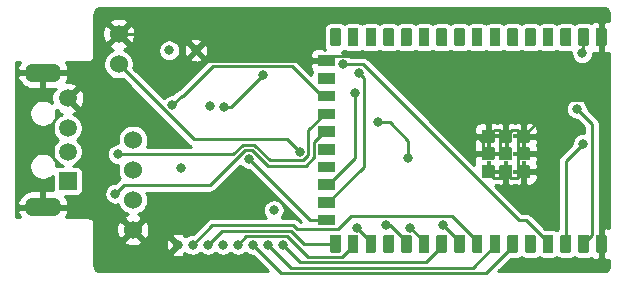
<source format=gbr>
G04 #@! TF.GenerationSoftware,KiCad,Pcbnew,(5.1.12)-1*
G04 #@! TF.CreationDate,2022-01-02T13:29:21+01:00*
G04 #@! TF.ProjectId,20210211_eduino,32303231-3032-4313-915f-656475696e6f,v1.0*
G04 #@! TF.SameCoordinates,Original*
G04 #@! TF.FileFunction,Copper,L4,Bot*
G04 #@! TF.FilePolarity,Positive*
%FSLAX46Y46*%
G04 Gerber Fmt 4.6, Leading zero omitted, Abs format (unit mm)*
G04 Created by KiCad (PCBNEW (5.1.12)-1) date 2022-01-02 13:29:21*
%MOMM*%
%LPD*%
G01*
G04 APERTURE LIST*
G04 #@! TA.AperFunction,ComponentPad*
%ADD10C,0.400000*%
G04 #@! TD*
G04 #@! TA.AperFunction,SMDPad,CuDef*
%ADD11C,1.524000*%
G04 #@! TD*
G04 #@! TA.AperFunction,ComponentPad*
%ADD12C,0.800000*%
G04 #@! TD*
G04 #@! TA.AperFunction,ComponentPad*
%ADD13R,1.508000X1.508000*%
G04 #@! TD*
G04 #@! TA.AperFunction,ComponentPad*
%ADD14C,1.508000*%
G04 #@! TD*
G04 #@! TA.AperFunction,ComponentPad*
%ADD15O,3.150000X1.575000*%
G04 #@! TD*
G04 #@! TA.AperFunction,ComponentPad*
%ADD16C,1.524000*%
G04 #@! TD*
G04 #@! TA.AperFunction,ViaPad*
%ADD17C,0.800000*%
G04 #@! TD*
G04 #@! TA.AperFunction,Conductor*
%ADD18C,0.250000*%
G04 #@! TD*
G04 #@! TA.AperFunction,Conductor*
%ADD19C,0.254000*%
G04 #@! TD*
G04 #@! TA.AperFunction,Conductor*
%ADD20C,0.100000*%
G04 #@! TD*
G04 APERTURE END LIST*
G04 #@! TA.AperFunction,SMDPad,CuDef*
G36*
G01*
X130198900Y-57810000D02*
X129441100Y-57810000D01*
G75*
G02*
X129370000Y-57738900I0J71100D01*
G01*
X129370000Y-56381100D01*
G75*
G02*
X129441100Y-56310000I71100J0D01*
G01*
X130198900Y-56310000D01*
G75*
G02*
X130270000Y-56381100I0J-71100D01*
G01*
X130270000Y-57738900D01*
G75*
G02*
X130198900Y-57810000I-71100J0D01*
G01*
G37*
G04 #@! TD.AperFunction*
G04 #@! TA.AperFunction,SMDPad,CuDef*
G36*
G01*
X128698900Y-57810000D02*
X127941100Y-57810000D01*
G75*
G02*
X127870000Y-57738900I0J71100D01*
G01*
X127870000Y-56381100D01*
G75*
G02*
X127941100Y-56310000I71100J0D01*
G01*
X128698900Y-56310000D01*
G75*
G02*
X128770000Y-56381100I0J-71100D01*
G01*
X128770000Y-57738900D01*
G75*
G02*
X128698900Y-57810000I-71100J0D01*
G01*
G37*
G04 #@! TD.AperFunction*
G04 #@! TA.AperFunction,SMDPad,CuDef*
G36*
G01*
X127198900Y-57810000D02*
X126441100Y-57810000D01*
G75*
G02*
X126370000Y-57738900I0J71100D01*
G01*
X126370000Y-56381100D01*
G75*
G02*
X126441100Y-56310000I71100J0D01*
G01*
X127198900Y-56310000D01*
G75*
G02*
X127270000Y-56381100I0J-71100D01*
G01*
X127270000Y-57738900D01*
G75*
G02*
X127198900Y-57810000I-71100J0D01*
G01*
G37*
G04 #@! TD.AperFunction*
G04 #@! TA.AperFunction,SMDPad,CuDef*
G36*
G01*
X125698900Y-57810000D02*
X124941100Y-57810000D01*
G75*
G02*
X124870000Y-57738900I0J71100D01*
G01*
X124870000Y-56381100D01*
G75*
G02*
X124941100Y-56310000I71100J0D01*
G01*
X125698900Y-56310000D01*
G75*
G02*
X125770000Y-56381100I0J-71100D01*
G01*
X125770000Y-57738900D01*
G75*
G02*
X125698900Y-57810000I-71100J0D01*
G01*
G37*
G04 #@! TD.AperFunction*
G04 #@! TA.AperFunction,SMDPad,CuDef*
G36*
G01*
X124198900Y-57810000D02*
X123441100Y-57810000D01*
G75*
G02*
X123370000Y-57738900I0J71100D01*
G01*
X123370000Y-56381100D01*
G75*
G02*
X123441100Y-56310000I71100J0D01*
G01*
X124198900Y-56310000D01*
G75*
G02*
X124270000Y-56381100I0J-71100D01*
G01*
X124270000Y-57738900D01*
G75*
G02*
X124198900Y-57810000I-71100J0D01*
G01*
G37*
G04 #@! TD.AperFunction*
G04 #@! TA.AperFunction,SMDPad,CuDef*
G36*
G01*
X122698900Y-57810000D02*
X121941100Y-57810000D01*
G75*
G02*
X121870000Y-57738900I0J71100D01*
G01*
X121870000Y-56381100D01*
G75*
G02*
X121941100Y-56310000I71100J0D01*
G01*
X122698900Y-56310000D01*
G75*
G02*
X122770000Y-56381100I0J-71100D01*
G01*
X122770000Y-57738900D01*
G75*
G02*
X122698900Y-57810000I-71100J0D01*
G01*
G37*
G04 #@! TD.AperFunction*
G04 #@! TA.AperFunction,SMDPad,CuDef*
G36*
G01*
X121198900Y-57810000D02*
X120441100Y-57810000D01*
G75*
G02*
X120370000Y-57738900I0J71100D01*
G01*
X120370000Y-56381100D01*
G75*
G02*
X120441100Y-56310000I71100J0D01*
G01*
X121198900Y-56310000D01*
G75*
G02*
X121270000Y-56381100I0J-71100D01*
G01*
X121270000Y-57738900D01*
G75*
G02*
X121198900Y-57810000I-71100J0D01*
G01*
G37*
G04 #@! TD.AperFunction*
G04 #@! TA.AperFunction,SMDPad,CuDef*
G36*
G01*
X119698900Y-57810000D02*
X118941100Y-57810000D01*
G75*
G02*
X118870000Y-57738900I0J71100D01*
G01*
X118870000Y-56381100D01*
G75*
G02*
X118941100Y-56310000I71100J0D01*
G01*
X119698900Y-56310000D01*
G75*
G02*
X119770000Y-56381100I0J-71100D01*
G01*
X119770000Y-57738900D01*
G75*
G02*
X119698900Y-57810000I-71100J0D01*
G01*
G37*
G04 #@! TD.AperFunction*
G04 #@! TA.AperFunction,SMDPad,CuDef*
G36*
G01*
X118198900Y-57810000D02*
X117441100Y-57810000D01*
G75*
G02*
X117370000Y-57738900I0J71100D01*
G01*
X117370000Y-56381100D01*
G75*
G02*
X117441100Y-56310000I71100J0D01*
G01*
X118198900Y-56310000D01*
G75*
G02*
X118270000Y-56381100I0J-71100D01*
G01*
X118270000Y-57738900D01*
G75*
G02*
X118198900Y-57810000I-71100J0D01*
G01*
G37*
G04 #@! TD.AperFunction*
G04 #@! TA.AperFunction,SMDPad,CuDef*
G36*
G01*
X116698900Y-57810000D02*
X115941100Y-57810000D01*
G75*
G02*
X115870000Y-57738900I0J71100D01*
G01*
X115870000Y-56381100D01*
G75*
G02*
X115941100Y-56310000I71100J0D01*
G01*
X116698900Y-56310000D01*
G75*
G02*
X116770000Y-56381100I0J-71100D01*
G01*
X116770000Y-57738900D01*
G75*
G02*
X116698900Y-57810000I-71100J0D01*
G01*
G37*
G04 #@! TD.AperFunction*
G04 #@! TA.AperFunction,SMDPad,CuDef*
G36*
G01*
X115198900Y-57810000D02*
X114441100Y-57810000D01*
G75*
G02*
X114370000Y-57738900I0J71100D01*
G01*
X114370000Y-56381100D01*
G75*
G02*
X114441100Y-56310000I71100J0D01*
G01*
X115198900Y-56310000D01*
G75*
G02*
X115270000Y-56381100I0J-71100D01*
G01*
X115270000Y-57738900D01*
G75*
G02*
X115198900Y-57810000I-71100J0D01*
G01*
G37*
G04 #@! TD.AperFunction*
G04 #@! TA.AperFunction,SMDPad,CuDef*
G36*
G01*
X113698900Y-57810000D02*
X112941100Y-57810000D01*
G75*
G02*
X112870000Y-57738900I0J71100D01*
G01*
X112870000Y-56381100D01*
G75*
G02*
X112941100Y-56310000I71100J0D01*
G01*
X113698900Y-56310000D01*
G75*
G02*
X113770000Y-56381100I0J-71100D01*
G01*
X113770000Y-57738900D01*
G75*
G02*
X113698900Y-57810000I-71100J0D01*
G01*
G37*
G04 #@! TD.AperFunction*
G04 #@! TA.AperFunction,SMDPad,CuDef*
G36*
G01*
X112198900Y-57810000D02*
X111441100Y-57810000D01*
G75*
G02*
X111370000Y-57738900I0J71100D01*
G01*
X111370000Y-56381100D01*
G75*
G02*
X111441100Y-56310000I71100J0D01*
G01*
X112198900Y-56310000D01*
G75*
G02*
X112270000Y-56381100I0J-71100D01*
G01*
X112270000Y-57738900D01*
G75*
G02*
X112198900Y-57810000I-71100J0D01*
G01*
G37*
G04 #@! TD.AperFunction*
G04 #@! TA.AperFunction,SMDPad,CuDef*
G36*
G01*
X110698900Y-57810000D02*
X109941100Y-57810000D01*
G75*
G02*
X109870000Y-57738900I0J71100D01*
G01*
X109870000Y-56381100D01*
G75*
G02*
X109941100Y-56310000I71100J0D01*
G01*
X110698900Y-56310000D01*
G75*
G02*
X110770000Y-56381100I0J-71100D01*
G01*
X110770000Y-57738900D01*
G75*
G02*
X110698900Y-57810000I-71100J0D01*
G01*
G37*
G04 #@! TD.AperFunction*
G04 #@! TA.AperFunction,SMDPad,CuDef*
G36*
G01*
X109198900Y-57810000D02*
X108441100Y-57810000D01*
G75*
G02*
X108370000Y-57738900I0J71100D01*
G01*
X108370000Y-56381100D01*
G75*
G02*
X108441100Y-56310000I71100J0D01*
G01*
X109198900Y-56310000D01*
G75*
G02*
X109270000Y-56381100I0J-71100D01*
G01*
X109270000Y-57738900D01*
G75*
G02*
X109198900Y-57810000I-71100J0D01*
G01*
G37*
G04 #@! TD.AperFunction*
G04 #@! TA.AperFunction,SMDPad,CuDef*
G36*
G01*
X107698900Y-57810000D02*
X106941100Y-57810000D01*
G75*
G02*
X106870000Y-57738900I0J71100D01*
G01*
X106870000Y-56381100D01*
G75*
G02*
X106941100Y-56310000I71100J0D01*
G01*
X107698900Y-56310000D01*
G75*
G02*
X107770000Y-56381100I0J-71100D01*
G01*
X107770000Y-57738900D01*
G75*
G02*
X107698900Y-57810000I-71100J0D01*
G01*
G37*
G04 #@! TD.AperFunction*
G04 #@! TA.AperFunction,SMDPad,CuDef*
G36*
G01*
X105820000Y-55438900D02*
X105820000Y-54681100D01*
G75*
G02*
X105891100Y-54610000I71100J0D01*
G01*
X107248900Y-54610000D01*
G75*
G02*
X107320000Y-54681100I0J-71100D01*
G01*
X107320000Y-55438900D01*
G75*
G02*
X107248900Y-55510000I-71100J0D01*
G01*
X105891100Y-55510000D01*
G75*
G02*
X105820000Y-55438900I0J71100D01*
G01*
G37*
G04 #@! TD.AperFunction*
G04 #@! TA.AperFunction,SMDPad,CuDef*
G36*
G01*
X105820000Y-53938900D02*
X105820000Y-53181100D01*
G75*
G02*
X105891100Y-53110000I71100J0D01*
G01*
X107248900Y-53110000D01*
G75*
G02*
X107320000Y-53181100I0J-71100D01*
G01*
X107320000Y-53938900D01*
G75*
G02*
X107248900Y-54010000I-71100J0D01*
G01*
X105891100Y-54010000D01*
G75*
G02*
X105820000Y-53938900I0J71100D01*
G01*
G37*
G04 #@! TD.AperFunction*
G04 #@! TA.AperFunction,SMDPad,CuDef*
G36*
G01*
X105820000Y-52438900D02*
X105820000Y-51681100D01*
G75*
G02*
X105891100Y-51610000I71100J0D01*
G01*
X107248900Y-51610000D01*
G75*
G02*
X107320000Y-51681100I0J-71100D01*
G01*
X107320000Y-52438900D01*
G75*
G02*
X107248900Y-52510000I-71100J0D01*
G01*
X105891100Y-52510000D01*
G75*
G02*
X105820000Y-52438900I0J71100D01*
G01*
G37*
G04 #@! TD.AperFunction*
G04 #@! TA.AperFunction,SMDPad,CuDef*
G36*
G01*
X105820000Y-50938900D02*
X105820000Y-50181100D01*
G75*
G02*
X105891100Y-50110000I71100J0D01*
G01*
X107248900Y-50110000D01*
G75*
G02*
X107320000Y-50181100I0J-71100D01*
G01*
X107320000Y-50938900D01*
G75*
G02*
X107248900Y-51010000I-71100J0D01*
G01*
X105891100Y-51010000D01*
G75*
G02*
X105820000Y-50938900I0J71100D01*
G01*
G37*
G04 #@! TD.AperFunction*
G04 #@! TA.AperFunction,SMDPad,CuDef*
G36*
G01*
X105820000Y-49438900D02*
X105820000Y-48681100D01*
G75*
G02*
X105891100Y-48610000I71100J0D01*
G01*
X107248900Y-48610000D01*
G75*
G02*
X107320000Y-48681100I0J-71100D01*
G01*
X107320000Y-49438900D01*
G75*
G02*
X107248900Y-49510000I-71100J0D01*
G01*
X105891100Y-49510000D01*
G75*
G02*
X105820000Y-49438900I0J71100D01*
G01*
G37*
G04 #@! TD.AperFunction*
G04 #@! TA.AperFunction,SMDPad,CuDef*
G36*
G01*
X105820000Y-47938900D02*
X105820000Y-47181100D01*
G75*
G02*
X105891100Y-47110000I71100J0D01*
G01*
X107248900Y-47110000D01*
G75*
G02*
X107320000Y-47181100I0J-71100D01*
G01*
X107320000Y-47938900D01*
G75*
G02*
X107248900Y-48010000I-71100J0D01*
G01*
X105891100Y-48010000D01*
G75*
G02*
X105820000Y-47938900I0J71100D01*
G01*
G37*
G04 #@! TD.AperFunction*
G04 #@! TA.AperFunction,SMDPad,CuDef*
G36*
G01*
X105820000Y-46438900D02*
X105820000Y-45681100D01*
G75*
G02*
X105891100Y-45610000I71100J0D01*
G01*
X107248900Y-45610000D01*
G75*
G02*
X107320000Y-45681100I0J-71100D01*
G01*
X107320000Y-46438900D01*
G75*
G02*
X107248900Y-46510000I-71100J0D01*
G01*
X105891100Y-46510000D01*
G75*
G02*
X105820000Y-46438900I0J71100D01*
G01*
G37*
G04 #@! TD.AperFunction*
G04 #@! TA.AperFunction,SMDPad,CuDef*
G36*
G01*
X105820000Y-44938900D02*
X105820000Y-44181100D01*
G75*
G02*
X105891100Y-44110000I71100J0D01*
G01*
X107248900Y-44110000D01*
G75*
G02*
X107320000Y-44181100I0J-71100D01*
G01*
X107320000Y-44938900D01*
G75*
G02*
X107248900Y-45010000I-71100J0D01*
G01*
X105891100Y-45010000D01*
G75*
G02*
X105820000Y-44938900I0J71100D01*
G01*
G37*
G04 #@! TD.AperFunction*
G04 #@! TA.AperFunction,SMDPad,CuDef*
G36*
G01*
X105820000Y-43438900D02*
X105820000Y-42681100D01*
G75*
G02*
X105891100Y-42610000I71100J0D01*
G01*
X107248900Y-42610000D01*
G75*
G02*
X107320000Y-42681100I0J-71100D01*
G01*
X107320000Y-43438900D01*
G75*
G02*
X107248900Y-43510000I-71100J0D01*
G01*
X105891100Y-43510000D01*
G75*
G02*
X105820000Y-43438900I0J71100D01*
G01*
G37*
G04 #@! TD.AperFunction*
G04 #@! TA.AperFunction,SMDPad,CuDef*
G36*
G01*
X105820000Y-41938900D02*
X105820000Y-41181100D01*
G75*
G02*
X105891100Y-41110000I71100J0D01*
G01*
X107248900Y-41110000D01*
G75*
G02*
X107320000Y-41181100I0J-71100D01*
G01*
X107320000Y-41938900D01*
G75*
G02*
X107248900Y-42010000I-71100J0D01*
G01*
X105891100Y-42010000D01*
G75*
G02*
X105820000Y-41938900I0J71100D01*
G01*
G37*
G04 #@! TD.AperFunction*
G04 #@! TA.AperFunction,SMDPad,CuDef*
G36*
G01*
X106941100Y-38810000D02*
X107698900Y-38810000D01*
G75*
G02*
X107770000Y-38881100I0J-71100D01*
G01*
X107770000Y-40238900D01*
G75*
G02*
X107698900Y-40310000I-71100J0D01*
G01*
X106941100Y-40310000D01*
G75*
G02*
X106870000Y-40238900I0J71100D01*
G01*
X106870000Y-38881100D01*
G75*
G02*
X106941100Y-38810000I71100J0D01*
G01*
G37*
G04 #@! TD.AperFunction*
G04 #@! TA.AperFunction,SMDPad,CuDef*
G36*
G01*
X108441100Y-38810000D02*
X109198900Y-38810000D01*
G75*
G02*
X109270000Y-38881100I0J-71100D01*
G01*
X109270000Y-40238900D01*
G75*
G02*
X109198900Y-40310000I-71100J0D01*
G01*
X108441100Y-40310000D01*
G75*
G02*
X108370000Y-40238900I0J71100D01*
G01*
X108370000Y-38881100D01*
G75*
G02*
X108441100Y-38810000I71100J0D01*
G01*
G37*
G04 #@! TD.AperFunction*
G04 #@! TA.AperFunction,SMDPad,CuDef*
G36*
G01*
X109941100Y-38810000D02*
X110698900Y-38810000D01*
G75*
G02*
X110770000Y-38881100I0J-71100D01*
G01*
X110770000Y-40238900D01*
G75*
G02*
X110698900Y-40310000I-71100J0D01*
G01*
X109941100Y-40310000D01*
G75*
G02*
X109870000Y-40238900I0J71100D01*
G01*
X109870000Y-38881100D01*
G75*
G02*
X109941100Y-38810000I71100J0D01*
G01*
G37*
G04 #@! TD.AperFunction*
G04 #@! TA.AperFunction,SMDPad,CuDef*
G36*
G01*
X111441100Y-38810000D02*
X112198900Y-38810000D01*
G75*
G02*
X112270000Y-38881100I0J-71100D01*
G01*
X112270000Y-40238900D01*
G75*
G02*
X112198900Y-40310000I-71100J0D01*
G01*
X111441100Y-40310000D01*
G75*
G02*
X111370000Y-40238900I0J71100D01*
G01*
X111370000Y-38881100D01*
G75*
G02*
X111441100Y-38810000I71100J0D01*
G01*
G37*
G04 #@! TD.AperFunction*
G04 #@! TA.AperFunction,SMDPad,CuDef*
G36*
G01*
X112941100Y-38810000D02*
X113698900Y-38810000D01*
G75*
G02*
X113770000Y-38881100I0J-71100D01*
G01*
X113770000Y-40238900D01*
G75*
G02*
X113698900Y-40310000I-71100J0D01*
G01*
X112941100Y-40310000D01*
G75*
G02*
X112870000Y-40238900I0J71100D01*
G01*
X112870000Y-38881100D01*
G75*
G02*
X112941100Y-38810000I71100J0D01*
G01*
G37*
G04 #@! TD.AperFunction*
G04 #@! TA.AperFunction,SMDPad,CuDef*
G36*
G01*
X114441100Y-38810000D02*
X115198900Y-38810000D01*
G75*
G02*
X115270000Y-38881100I0J-71100D01*
G01*
X115270000Y-40238900D01*
G75*
G02*
X115198900Y-40310000I-71100J0D01*
G01*
X114441100Y-40310000D01*
G75*
G02*
X114370000Y-40238900I0J71100D01*
G01*
X114370000Y-38881100D01*
G75*
G02*
X114441100Y-38810000I71100J0D01*
G01*
G37*
G04 #@! TD.AperFunction*
G04 #@! TA.AperFunction,SMDPad,CuDef*
G36*
G01*
X115941100Y-38810000D02*
X116698900Y-38810000D01*
G75*
G02*
X116770000Y-38881100I0J-71100D01*
G01*
X116770000Y-40238900D01*
G75*
G02*
X116698900Y-40310000I-71100J0D01*
G01*
X115941100Y-40310000D01*
G75*
G02*
X115870000Y-40238900I0J71100D01*
G01*
X115870000Y-38881100D01*
G75*
G02*
X115941100Y-38810000I71100J0D01*
G01*
G37*
G04 #@! TD.AperFunction*
G04 #@! TA.AperFunction,SMDPad,CuDef*
G36*
G01*
X117441100Y-38810000D02*
X118198900Y-38810000D01*
G75*
G02*
X118270000Y-38881100I0J-71100D01*
G01*
X118270000Y-40238900D01*
G75*
G02*
X118198900Y-40310000I-71100J0D01*
G01*
X117441100Y-40310000D01*
G75*
G02*
X117370000Y-40238900I0J71100D01*
G01*
X117370000Y-38881100D01*
G75*
G02*
X117441100Y-38810000I71100J0D01*
G01*
G37*
G04 #@! TD.AperFunction*
G04 #@! TA.AperFunction,SMDPad,CuDef*
G36*
G01*
X118941100Y-38810000D02*
X119698900Y-38810000D01*
G75*
G02*
X119770000Y-38881100I0J-71100D01*
G01*
X119770000Y-40238900D01*
G75*
G02*
X119698900Y-40310000I-71100J0D01*
G01*
X118941100Y-40310000D01*
G75*
G02*
X118870000Y-40238900I0J71100D01*
G01*
X118870000Y-38881100D01*
G75*
G02*
X118941100Y-38810000I71100J0D01*
G01*
G37*
G04 #@! TD.AperFunction*
G04 #@! TA.AperFunction,SMDPad,CuDef*
G36*
G01*
X120441100Y-38810000D02*
X121198900Y-38810000D01*
G75*
G02*
X121270000Y-38881100I0J-71100D01*
G01*
X121270000Y-40238900D01*
G75*
G02*
X121198900Y-40310000I-71100J0D01*
G01*
X120441100Y-40310000D01*
G75*
G02*
X120370000Y-40238900I0J71100D01*
G01*
X120370000Y-38881100D01*
G75*
G02*
X120441100Y-38810000I71100J0D01*
G01*
G37*
G04 #@! TD.AperFunction*
G04 #@! TA.AperFunction,SMDPad,CuDef*
G36*
G01*
X121941100Y-38810000D02*
X122698900Y-38810000D01*
G75*
G02*
X122770000Y-38881100I0J-71100D01*
G01*
X122770000Y-40238900D01*
G75*
G02*
X122698900Y-40310000I-71100J0D01*
G01*
X121941100Y-40310000D01*
G75*
G02*
X121870000Y-40238900I0J71100D01*
G01*
X121870000Y-38881100D01*
G75*
G02*
X121941100Y-38810000I71100J0D01*
G01*
G37*
G04 #@! TD.AperFunction*
G04 #@! TA.AperFunction,SMDPad,CuDef*
G36*
G01*
X123441100Y-38810000D02*
X124198900Y-38810000D01*
G75*
G02*
X124270000Y-38881100I0J-71100D01*
G01*
X124270000Y-40238900D01*
G75*
G02*
X124198900Y-40310000I-71100J0D01*
G01*
X123441100Y-40310000D01*
G75*
G02*
X123370000Y-40238900I0J71100D01*
G01*
X123370000Y-38881100D01*
G75*
G02*
X123441100Y-38810000I71100J0D01*
G01*
G37*
G04 #@! TD.AperFunction*
G04 #@! TA.AperFunction,SMDPad,CuDef*
G36*
G01*
X124941100Y-38810000D02*
X125698900Y-38810000D01*
G75*
G02*
X125770000Y-38881100I0J-71100D01*
G01*
X125770000Y-40238900D01*
G75*
G02*
X125698900Y-40310000I-71100J0D01*
G01*
X124941100Y-40310000D01*
G75*
G02*
X124870000Y-40238900I0J71100D01*
G01*
X124870000Y-38881100D01*
G75*
G02*
X124941100Y-38810000I71100J0D01*
G01*
G37*
G04 #@! TD.AperFunction*
G04 #@! TA.AperFunction,SMDPad,CuDef*
G36*
G01*
X126441100Y-38810000D02*
X127198900Y-38810000D01*
G75*
G02*
X127270000Y-38881100I0J-71100D01*
G01*
X127270000Y-40238900D01*
G75*
G02*
X127198900Y-40310000I-71100J0D01*
G01*
X126441100Y-40310000D01*
G75*
G02*
X126370000Y-40238900I0J71100D01*
G01*
X126370000Y-38881100D01*
G75*
G02*
X126441100Y-38810000I71100J0D01*
G01*
G37*
G04 #@! TD.AperFunction*
G04 #@! TA.AperFunction,SMDPad,CuDef*
G36*
G01*
X127941100Y-38810000D02*
X128698900Y-38810000D01*
G75*
G02*
X128770000Y-38881100I0J-71100D01*
G01*
X128770000Y-40238900D01*
G75*
G02*
X128698900Y-40310000I-71100J0D01*
G01*
X127941100Y-40310000D01*
G75*
G02*
X127870000Y-40238900I0J71100D01*
G01*
X127870000Y-38881100D01*
G75*
G02*
X127941100Y-38810000I71100J0D01*
G01*
G37*
G04 #@! TD.AperFunction*
G04 #@! TA.AperFunction,SMDPad,CuDef*
G36*
G01*
X129441100Y-38810000D02*
X130198900Y-38810000D01*
G75*
G02*
X130270000Y-38881100I0J-71100D01*
G01*
X130270000Y-40238900D01*
G75*
G02*
X130198900Y-40310000I-71100J0D01*
G01*
X129441100Y-40310000D01*
G75*
G02*
X129370000Y-40238900I0J71100D01*
G01*
X129370000Y-38881100D01*
G75*
G02*
X129441100Y-38810000I71100J0D01*
G01*
G37*
G04 #@! TD.AperFunction*
G04 #@! TA.AperFunction,SMDPad,CuDef*
G36*
G01*
X122781900Y-50400000D02*
X123708100Y-50400000D01*
G75*
G02*
X123795000Y-50486900I0J-86900D01*
G01*
X123795000Y-51413100D01*
G75*
G02*
X123708100Y-51500000I-86900J0D01*
G01*
X122781900Y-51500000D01*
G75*
G02*
X122695000Y-51413100I0J86900D01*
G01*
X122695000Y-50486900D01*
G75*
G02*
X122781900Y-50400000I86900J0D01*
G01*
G37*
G04 #@! TD.AperFunction*
G04 #@! TA.AperFunction,SMDPad,CuDef*
G36*
G01*
X122781900Y-48900000D02*
X123708100Y-48900000D01*
G75*
G02*
X123795000Y-48986900I0J-86900D01*
G01*
X123795000Y-49913100D01*
G75*
G02*
X123708100Y-50000000I-86900J0D01*
G01*
X122781900Y-50000000D01*
G75*
G02*
X122695000Y-49913100I0J86900D01*
G01*
X122695000Y-48986900D01*
G75*
G02*
X122781900Y-48900000I86900J0D01*
G01*
G37*
G04 #@! TD.AperFunction*
G04 #@! TA.AperFunction,SMDPad,CuDef*
G36*
G01*
X122781900Y-47400000D02*
X123708100Y-47400000D01*
G75*
G02*
X123795000Y-47486900I0J-86900D01*
G01*
X123795000Y-48413100D01*
G75*
G02*
X123708100Y-48500000I-86900J0D01*
G01*
X122781900Y-48500000D01*
G75*
G02*
X122695000Y-48413100I0J86900D01*
G01*
X122695000Y-47486900D01*
G75*
G02*
X122781900Y-47400000I86900J0D01*
G01*
G37*
G04 #@! TD.AperFunction*
G04 #@! TA.AperFunction,SMDPad,CuDef*
G36*
G01*
X121281900Y-50400000D02*
X122208100Y-50400000D01*
G75*
G02*
X122295000Y-50486900I0J-86900D01*
G01*
X122295000Y-51413100D01*
G75*
G02*
X122208100Y-51500000I-86900J0D01*
G01*
X121281900Y-51500000D01*
G75*
G02*
X121195000Y-51413100I0J86900D01*
G01*
X121195000Y-50486900D01*
G75*
G02*
X121281900Y-50400000I86900J0D01*
G01*
G37*
G04 #@! TD.AperFunction*
G04 #@! TA.AperFunction,SMDPad,CuDef*
G36*
G01*
X121281900Y-48900000D02*
X122208100Y-48900000D01*
G75*
G02*
X122295000Y-48986900I0J-86900D01*
G01*
X122295000Y-49913100D01*
G75*
G02*
X122208100Y-50000000I-86900J0D01*
G01*
X121281900Y-50000000D01*
G75*
G02*
X121195000Y-49913100I0J86900D01*
G01*
X121195000Y-48986900D01*
G75*
G02*
X121281900Y-48900000I86900J0D01*
G01*
G37*
G04 #@! TD.AperFunction*
G04 #@! TA.AperFunction,SMDPad,CuDef*
G36*
G01*
X121281900Y-47400000D02*
X122208100Y-47400000D01*
G75*
G02*
X122295000Y-47486900I0J-86900D01*
G01*
X122295000Y-48413100D01*
G75*
G02*
X122208100Y-48500000I-86900J0D01*
G01*
X121281900Y-48500000D01*
G75*
G02*
X121195000Y-48413100I0J86900D01*
G01*
X121195000Y-47486900D01*
G75*
G02*
X121281900Y-47400000I86900J0D01*
G01*
G37*
G04 #@! TD.AperFunction*
G04 #@! TA.AperFunction,SMDPad,CuDef*
G36*
G01*
X119781900Y-50400000D02*
X120708100Y-50400000D01*
G75*
G02*
X120795000Y-50486900I0J-86900D01*
G01*
X120795000Y-51413100D01*
G75*
G02*
X120708100Y-51500000I-86900J0D01*
G01*
X119781900Y-51500000D01*
G75*
G02*
X119695000Y-51413100I0J86900D01*
G01*
X119695000Y-50486900D01*
G75*
G02*
X119781900Y-50400000I86900J0D01*
G01*
G37*
G04 #@! TD.AperFunction*
G04 #@! TA.AperFunction,SMDPad,CuDef*
G36*
G01*
X119781900Y-48900000D02*
X120708100Y-48900000D01*
G75*
G02*
X120795000Y-48986900I0J-86900D01*
G01*
X120795000Y-49913100D01*
G75*
G02*
X120708100Y-50000000I-86900J0D01*
G01*
X119781900Y-50000000D01*
G75*
G02*
X119695000Y-49913100I0J86900D01*
G01*
X119695000Y-48986900D01*
G75*
G02*
X119781900Y-48900000I86900J0D01*
G01*
G37*
G04 #@! TD.AperFunction*
G04 #@! TA.AperFunction,SMDPad,CuDef*
G36*
G01*
X119781900Y-47400000D02*
X120708100Y-47400000D01*
G75*
G02*
X120795000Y-47486900I0J-86900D01*
G01*
X120795000Y-48413100D01*
G75*
G02*
X120708100Y-48500000I-86900J0D01*
G01*
X119781900Y-48500000D01*
G75*
G02*
X119695000Y-48413100I0J86900D01*
G01*
X119695000Y-47486900D01*
G75*
G02*
X119781900Y-47400000I86900J0D01*
G01*
G37*
G04 #@! TD.AperFunction*
D10*
X122486400Y-50960000D03*
X123299200Y-50198000D03*
X123299200Y-48674000D03*
X122486400Y-47962800D03*
X121013200Y-47962800D03*
X120302000Y-48724800D03*
X120302000Y-50198000D03*
X121013200Y-50960000D03*
X121775200Y-50198000D03*
X121826000Y-48674000D03*
X122486400Y-49436000D03*
X121013200Y-49486800D03*
D11*
X88964000Y-41846500D03*
X88964000Y-39306500D03*
D12*
X93980000Y-57150000D03*
X95250000Y-57150000D03*
X96520000Y-57150000D03*
X97790000Y-57150000D03*
X99060000Y-57150000D03*
X100330000Y-57150000D03*
X101600000Y-57150000D03*
X102870000Y-57150000D03*
X93230700Y-40690800D03*
X95516700Y-40678100D03*
D13*
X84650000Y-51760000D03*
D14*
X84650000Y-49260000D03*
X84650000Y-47260000D03*
X84650000Y-44760000D03*
D15*
X82550000Y-42560000D03*
X82550000Y-53960000D03*
D16*
X90170000Y-55880000D03*
X90170000Y-53340000D03*
X90170000Y-50800000D03*
X90170000Y-48260000D03*
D17*
X102099300Y-54216700D03*
X110896000Y-46786800D03*
X113474500Y-49784000D03*
X117157500Y-42608500D03*
X117332000Y-44720000D03*
X101917500Y-40703500D03*
X99758500Y-40894000D03*
X114300000Y-41592500D03*
X127751400Y-45641800D03*
X128199700Y-40918500D03*
X88886200Y-49481200D03*
X88669900Y-52826500D03*
X128289100Y-48583000D03*
X109136200Y-55700900D03*
X109334200Y-42623400D03*
X104298900Y-49262800D03*
X116409300Y-55447700D03*
X96707600Y-45402900D03*
X94251600Y-50636100D03*
X97878854Y-45481258D03*
X101219000Y-42735500D03*
X107995900Y-41864600D03*
X108965000Y-44302800D03*
X113642300Y-55686600D03*
X111580000Y-55475000D03*
X93515100Y-45348800D03*
X99963700Y-49846700D03*
D18*
X110896000Y-46786800D02*
X111937800Y-46786800D01*
X113474500Y-48323500D02*
X113474500Y-49784000D01*
X111937800Y-46786800D02*
X113474500Y-48323500D01*
X119776600Y-48418400D02*
X112497500Y-41139300D01*
X112497500Y-41139300D02*
X106990700Y-41139300D01*
X106990700Y-41139300D02*
X106570000Y-41560000D01*
X88964000Y-39306500D02*
X94145100Y-39306500D01*
X94145100Y-39306500D02*
X95516700Y-40678100D01*
X95516700Y-40678100D02*
X96398600Y-41560000D01*
X96398600Y-41560000D02*
X106570000Y-41560000D01*
X128519400Y-44916500D02*
X126278500Y-44916500D01*
X126278500Y-44916500D02*
X123245000Y-47950000D01*
X129820000Y-57060000D02*
X129820000Y-46217100D01*
X129820000Y-46217100D02*
X128519400Y-44916500D01*
X129820000Y-39560000D02*
X129820000Y-43615900D01*
X129820000Y-43615900D02*
X128519400Y-44916500D01*
X123242100Y-50947600D02*
X122704300Y-51485400D01*
X122704300Y-51485400D02*
X122143100Y-51485400D01*
X122143100Y-51485400D02*
X121745000Y-51087300D01*
X123230100Y-49450000D02*
X122736200Y-49943900D01*
X122736200Y-49943900D02*
X122736200Y-50441700D01*
X122736200Y-50441700D02*
X123242100Y-50947600D01*
X123242100Y-50947600D02*
X123242600Y-50947600D01*
X123242600Y-50947600D02*
X123245000Y-50950000D01*
X121745000Y-51087300D02*
X121745000Y-50950000D01*
X120245000Y-50950000D02*
X120781600Y-51486600D01*
X120781600Y-51486600D02*
X121345700Y-51486600D01*
X121345700Y-51486600D02*
X121745000Y-51087300D01*
X123245000Y-47950000D02*
X122742500Y-48452500D01*
X122742500Y-48452500D02*
X122742500Y-48947500D01*
X122742500Y-48947500D02*
X123230100Y-49435100D01*
X123230100Y-49435100D02*
X123230100Y-49450000D01*
X123230100Y-49450000D02*
X123245000Y-49450000D01*
X123245000Y-47950000D02*
X122717600Y-47422600D01*
X122717600Y-47422600D02*
X122272400Y-47422600D01*
X122272400Y-47422600D02*
X121745000Y-47950000D01*
X120245000Y-49450000D02*
X119776600Y-48981600D01*
X119776600Y-48981600D02*
X119776600Y-48418400D01*
X119776600Y-48418400D02*
X120245000Y-47950000D01*
X120245000Y-47950000D02*
X120787800Y-47407200D01*
X120787800Y-47407200D02*
X121202200Y-47407200D01*
X121202200Y-47407200D02*
X121745000Y-47950000D01*
X121745000Y-47950000D02*
X121745000Y-47993000D01*
X121745000Y-47993000D02*
X121266100Y-48471900D01*
X121266100Y-48471900D02*
X121266100Y-48971100D01*
X121266100Y-48971100D02*
X121745000Y-49450000D01*
X127751400Y-45641800D02*
X129044300Y-46934700D01*
X129044300Y-46934700D02*
X129044300Y-56335700D01*
X129044300Y-56335700D02*
X128320000Y-57060000D01*
X128320000Y-39560000D02*
X128320000Y-40798200D01*
X128320000Y-40798200D02*
X128199700Y-40918500D01*
X106570000Y-46060000D02*
X106412800Y-46060000D01*
X106412800Y-46060000D02*
X105024200Y-47448600D01*
X105024200Y-47448600D02*
X105024200Y-49563300D01*
X105024200Y-49563300D02*
X104599400Y-49988100D01*
X104599400Y-49988100D02*
X101767800Y-49988100D01*
X101767800Y-49988100D02*
X100450800Y-48671100D01*
X100450800Y-48671100D02*
X99476700Y-48671100D01*
X99476700Y-48671100D02*
X98666600Y-49481200D01*
X98666600Y-49481200D02*
X88886200Y-49481200D01*
X106570000Y-47560000D02*
X106385300Y-47560000D01*
X106385300Y-47560000D02*
X105474500Y-48470800D01*
X105474500Y-48470800D02*
X105474500Y-49749900D01*
X105474500Y-49749900D02*
X104786000Y-50438400D01*
X104786000Y-50438400D02*
X101581200Y-50438400D01*
X101581200Y-50438400D02*
X100264200Y-49121400D01*
X100264200Y-49121400D02*
X99663300Y-49121400D01*
X99663300Y-49121400D02*
X96714700Y-52070000D01*
X96714700Y-52070000D02*
X89426400Y-52070000D01*
X89426400Y-52070000D02*
X88669900Y-52826500D01*
X126820000Y-57060000D02*
X126820000Y-50052100D01*
X126820000Y-50052100D02*
X128289100Y-48583000D01*
X109136200Y-55700900D02*
X110320000Y-56884700D01*
X110320000Y-56884700D02*
X110320000Y-57060000D01*
X99060000Y-57150000D02*
X99785400Y-56424600D01*
X99785400Y-56424600D02*
X103257500Y-56424600D01*
X103257500Y-56424600D02*
X105002400Y-58169500D01*
X105002400Y-58169500D02*
X107870600Y-58169500D01*
X107870600Y-58169500D02*
X108820000Y-57220100D01*
X108820000Y-57220100D02*
X108820000Y-57060000D01*
X106570000Y-53560000D02*
X106690900Y-53560000D01*
X106690900Y-53560000D02*
X109705900Y-50545000D01*
X109705900Y-50545000D02*
X109705900Y-42995100D01*
X109705900Y-42995100D02*
X109334200Y-42623400D01*
X104298900Y-49262800D02*
X103256900Y-48220800D01*
X103256900Y-48220800D02*
X95338300Y-48220800D01*
X95338300Y-48220800D02*
X88964000Y-41846500D01*
X117820000Y-57060000D02*
X117820000Y-56858400D01*
X117820000Y-56858400D02*
X116409300Y-55447700D01*
X98473242Y-45481258D02*
X101219000Y-42735500D01*
X97878854Y-45481258D02*
X98473242Y-45481258D01*
X101600000Y-57150000D02*
X103520100Y-59070100D01*
X103520100Y-59070100D02*
X118932400Y-59070100D01*
X118932400Y-59070100D02*
X120820000Y-57182500D01*
X120820000Y-57182500D02*
X120820000Y-57060000D01*
X119320000Y-57060000D02*
X119320000Y-56829200D01*
X119320000Y-56829200D02*
X117213200Y-54722400D01*
X117213200Y-54722400D02*
X108650700Y-54722400D01*
X108650700Y-54722400D02*
X107534400Y-55838700D01*
X107534400Y-55838700D02*
X104058200Y-55838700D01*
X104058200Y-55838700D02*
X103730300Y-55510800D01*
X103730300Y-55510800D02*
X96889200Y-55510800D01*
X96889200Y-55510800D02*
X95250000Y-57150000D01*
X102870000Y-57150000D02*
X104339800Y-58619800D01*
X104339800Y-58619800D02*
X114944600Y-58619800D01*
X114944600Y-58619800D02*
X116320000Y-57244400D01*
X116320000Y-57244400D02*
X116320000Y-57060000D01*
X100330000Y-57150000D02*
X102700400Y-59520400D01*
X102700400Y-59520400D02*
X120065600Y-59520400D01*
X120065600Y-59520400D02*
X122320000Y-57266000D01*
X122320000Y-57266000D02*
X122320000Y-57060000D01*
X107320000Y-57060000D02*
X104642600Y-57060000D01*
X104642600Y-57060000D02*
X103556900Y-55974300D01*
X103556900Y-55974300D02*
X97695700Y-55974300D01*
X97695700Y-55974300D02*
X96520000Y-57150000D01*
X107995900Y-41864600D02*
X109650200Y-41864600D01*
X109650200Y-41864600D02*
X122851600Y-55066000D01*
X122851600Y-55066000D02*
X123450800Y-55066000D01*
X123450800Y-55066000D02*
X125320000Y-56935200D01*
X125320000Y-56935200D02*
X125320000Y-57060000D01*
X108965000Y-44302800D02*
X108965000Y-49789600D01*
X108965000Y-49789600D02*
X106694600Y-52060000D01*
X106694600Y-52060000D02*
X106570000Y-52060000D01*
X113642300Y-55686600D02*
X114820000Y-56864300D01*
X114820000Y-56864300D02*
X114820000Y-57060000D01*
X111580000Y-55475000D02*
X111958300Y-55475000D01*
X111958300Y-55475000D02*
X113320000Y-56836700D01*
X113320000Y-56836700D02*
X113320000Y-57060000D01*
X103605010Y-42010010D02*
X106155000Y-44560000D01*
X96927990Y-42010010D02*
X103605010Y-42010010D01*
X94378000Y-44560000D02*
X96927990Y-42010010D01*
X106155000Y-44560000D02*
X106570000Y-44560000D01*
X94303900Y-44560000D02*
X94378000Y-44560000D01*
X93515100Y-45348800D02*
X94303900Y-44560000D01*
X106570000Y-55060000D02*
X105177000Y-55060000D01*
X105177000Y-55060000D02*
X99963700Y-49846700D01*
D19*
X130137610Y-37139433D02*
X130223807Y-37165457D01*
X130303308Y-37207729D01*
X130373086Y-37264639D01*
X130430478Y-37334013D01*
X130473305Y-37413220D01*
X130499930Y-37499232D01*
X130512001Y-37614083D01*
X130512001Y-38219837D01*
X130394482Y-38184188D01*
X130270000Y-38171928D01*
X130105750Y-38175000D01*
X129947000Y-38333750D01*
X129947000Y-39433000D01*
X129967000Y-39433000D01*
X129967000Y-39687000D01*
X129947000Y-39687000D01*
X129947000Y-40786250D01*
X130105750Y-40945000D01*
X130270000Y-40948072D01*
X130394482Y-40935812D01*
X130512001Y-40900163D01*
X130512000Y-55719837D01*
X130394482Y-55684188D01*
X130270000Y-55671928D01*
X130105750Y-55675000D01*
X129947000Y-55833750D01*
X129947000Y-56933000D01*
X129967000Y-56933000D01*
X129967000Y-57187000D01*
X129947000Y-57187000D01*
X129947000Y-58286250D01*
X130105750Y-58445000D01*
X130270000Y-58448072D01*
X130394482Y-58435812D01*
X130512000Y-58400163D01*
X130512000Y-58901006D01*
X130500567Y-59017609D01*
X130474542Y-59103807D01*
X130432271Y-59183308D01*
X130375361Y-59253086D01*
X130305986Y-59310479D01*
X130226781Y-59353305D01*
X130140769Y-59379929D01*
X130025926Y-59392000D01*
X121116066Y-59392000D01*
X122168518Y-58339549D01*
X122698900Y-58339549D01*
X122816081Y-58328008D01*
X122928758Y-58293827D01*
X123032603Y-58238321D01*
X123070000Y-58207630D01*
X123107397Y-58238321D01*
X123211242Y-58293827D01*
X123323919Y-58328008D01*
X123441100Y-58339549D01*
X124198900Y-58339549D01*
X124316081Y-58328008D01*
X124428758Y-58293827D01*
X124532603Y-58238321D01*
X124570000Y-58207630D01*
X124607397Y-58238321D01*
X124711242Y-58293827D01*
X124823919Y-58328008D01*
X124941100Y-58339549D01*
X125698900Y-58339549D01*
X125816081Y-58328008D01*
X125928758Y-58293827D01*
X126032603Y-58238321D01*
X126070000Y-58207630D01*
X126107397Y-58238321D01*
X126211242Y-58293827D01*
X126323919Y-58328008D01*
X126441100Y-58339549D01*
X127198900Y-58339549D01*
X127316081Y-58328008D01*
X127428758Y-58293827D01*
X127532603Y-58238321D01*
X127570000Y-58207630D01*
X127607397Y-58238321D01*
X127711242Y-58293827D01*
X127823919Y-58328008D01*
X127941100Y-58339549D01*
X128698900Y-58339549D01*
X128816081Y-58328008D01*
X128928758Y-58293827D01*
X128946823Y-58284171D01*
X129015506Y-58340537D01*
X129125820Y-58399502D01*
X129245518Y-58435812D01*
X129370000Y-58448072D01*
X129534250Y-58445000D01*
X129693000Y-58286250D01*
X129693000Y-57187000D01*
X129673000Y-57187000D01*
X129673000Y-56933000D01*
X129693000Y-56933000D01*
X129693000Y-56401227D01*
X129699454Y-56335700D01*
X129696300Y-56303678D01*
X129696300Y-46966722D01*
X129699454Y-46934700D01*
X129686865Y-46806885D01*
X129649583Y-46683984D01*
X129649583Y-46683983D01*
X129589041Y-46570716D01*
X129507564Y-46471436D01*
X129482688Y-46451021D01*
X128678400Y-45646734D01*
X128678400Y-45550499D01*
X128642776Y-45371404D01*
X128572896Y-45202701D01*
X128471448Y-45050872D01*
X128342328Y-44921752D01*
X128190499Y-44820304D01*
X128021796Y-44750424D01*
X127842701Y-44714800D01*
X127660099Y-44714800D01*
X127481004Y-44750424D01*
X127312301Y-44820304D01*
X127160472Y-44921752D01*
X127031352Y-45050872D01*
X126929904Y-45202701D01*
X126860024Y-45371404D01*
X126824400Y-45550499D01*
X126824400Y-45733101D01*
X126860024Y-45912196D01*
X126929904Y-46080899D01*
X127031352Y-46232728D01*
X127160472Y-46361848D01*
X127312301Y-46463296D01*
X127481004Y-46533176D01*
X127660099Y-46568800D01*
X127756334Y-46568800D01*
X128392300Y-47204767D01*
X128392300Y-47658367D01*
X128380401Y-47656000D01*
X128197799Y-47656000D01*
X128018704Y-47691624D01*
X127850001Y-47761504D01*
X127698172Y-47862952D01*
X127569052Y-47992072D01*
X127467604Y-48143901D01*
X127397724Y-48312604D01*
X127362100Y-48491699D01*
X127362100Y-48587933D01*
X126381614Y-49568420D01*
X126356737Y-49588836D01*
X126275260Y-49688116D01*
X126248926Y-49737384D01*
X126214717Y-49801384D01*
X126177435Y-49924286D01*
X126164846Y-50052100D01*
X126168001Y-50084132D01*
X126168000Y-55849286D01*
X126107397Y-55881679D01*
X126070000Y-55912370D01*
X126032603Y-55881679D01*
X125928758Y-55826173D01*
X125816081Y-55791992D01*
X125698900Y-55780451D01*
X125087318Y-55780451D01*
X123934485Y-54627619D01*
X123914064Y-54602736D01*
X123814784Y-54521259D01*
X123701517Y-54460717D01*
X123578614Y-54423435D01*
X123482822Y-54414000D01*
X123450800Y-54410846D01*
X123418778Y-54414000D01*
X123121667Y-54414000D01*
X120841190Y-52133523D01*
X120919482Y-52125812D01*
X120995000Y-52102904D01*
X121070518Y-52125812D01*
X121195000Y-52138072D01*
X121459250Y-52135000D01*
X121618000Y-51976250D01*
X121618000Y-51363419D01*
X121657459Y-51304364D01*
X121712262Y-51172058D01*
X121740200Y-51031603D01*
X121740200Y-50925000D01*
X121759400Y-50925000D01*
X121759400Y-51031603D01*
X121787338Y-51172058D01*
X121842141Y-51304364D01*
X121872000Y-51349051D01*
X121872000Y-51976250D01*
X122030750Y-52135000D01*
X122295000Y-52138072D01*
X122419482Y-52125812D01*
X122495000Y-52102904D01*
X122570518Y-52125812D01*
X122695000Y-52138072D01*
X122959250Y-52135000D01*
X123118000Y-51976250D01*
X123118000Y-51323310D01*
X123130659Y-51304364D01*
X123185462Y-51172058D01*
X123204370Y-51077000D01*
X123372000Y-51077000D01*
X123372000Y-51976250D01*
X123530750Y-52135000D01*
X123795000Y-52138072D01*
X123919482Y-52125812D01*
X124039180Y-52089502D01*
X124149494Y-52030537D01*
X124246185Y-51951185D01*
X124325537Y-51854494D01*
X124384502Y-51744180D01*
X124420812Y-51624482D01*
X124433072Y-51500000D01*
X124430000Y-51235750D01*
X124271250Y-51077000D01*
X123372000Y-51077000D01*
X123204370Y-51077000D01*
X123213400Y-51031603D01*
X123213400Y-50922176D01*
X123227597Y-50925000D01*
X123370803Y-50925000D01*
X123511258Y-50897062D01*
X123643564Y-50842259D01*
X123672387Y-50823000D01*
X124271250Y-50823000D01*
X124430000Y-50664250D01*
X124433072Y-50400000D01*
X124420812Y-50275518D01*
X124397904Y-50200000D01*
X124420812Y-50124482D01*
X124433072Y-50000000D01*
X124430000Y-49735750D01*
X124271250Y-49577000D01*
X123678374Y-49577000D01*
X123643564Y-49553741D01*
X123511258Y-49498938D01*
X123370803Y-49471000D01*
X123227597Y-49471000D01*
X123213400Y-49473824D01*
X123213400Y-49398176D01*
X123227597Y-49401000D01*
X123370803Y-49401000D01*
X123511258Y-49373062D01*
X123632118Y-49323000D01*
X124271250Y-49323000D01*
X124430000Y-49164250D01*
X124433072Y-48900000D01*
X124420812Y-48775518D01*
X124397904Y-48700000D01*
X124420812Y-48624482D01*
X124433072Y-48500000D01*
X124430000Y-48235750D01*
X124271250Y-48077000D01*
X123714292Y-48077000D01*
X123643564Y-48029741D01*
X123511258Y-47974938D01*
X123370803Y-47947000D01*
X123227597Y-47947000D01*
X123213400Y-47949824D01*
X123213400Y-47891197D01*
X123185462Y-47750742D01*
X123130659Y-47618436D01*
X123118000Y-47599490D01*
X123118000Y-46923750D01*
X123372000Y-46923750D01*
X123372000Y-47823000D01*
X124271250Y-47823000D01*
X124430000Y-47664250D01*
X124433072Y-47400000D01*
X124420812Y-47275518D01*
X124384502Y-47155820D01*
X124325537Y-47045506D01*
X124246185Y-46948815D01*
X124149494Y-46869463D01*
X124039180Y-46810498D01*
X123919482Y-46774188D01*
X123795000Y-46761928D01*
X123530750Y-46765000D01*
X123372000Y-46923750D01*
X123118000Y-46923750D01*
X122959250Y-46765000D01*
X122695000Y-46761928D01*
X122570518Y-46774188D01*
X122495000Y-46797096D01*
X122419482Y-46774188D01*
X122295000Y-46761928D01*
X122030750Y-46765000D01*
X121872000Y-46923750D01*
X121872000Y-47573749D01*
X121842141Y-47618436D01*
X121787338Y-47750742D01*
X121759400Y-47891197D01*
X121759400Y-47947000D01*
X121754397Y-47947000D01*
X121740200Y-47949824D01*
X121740200Y-47891197D01*
X121712262Y-47750742D01*
X121657459Y-47618436D01*
X121618000Y-47559381D01*
X121618000Y-46923750D01*
X121459250Y-46765000D01*
X121195000Y-46761928D01*
X121070518Y-46774188D01*
X120995000Y-46797096D01*
X120919482Y-46774188D01*
X120795000Y-46761928D01*
X120530750Y-46765000D01*
X120372000Y-46923750D01*
X120372000Y-47613858D01*
X120368941Y-47618436D01*
X120314138Y-47750742D01*
X120286200Y-47891197D01*
X120286200Y-47997800D01*
X120230397Y-47997800D01*
X120089942Y-48025738D01*
X119966185Y-48077000D01*
X119218750Y-48077000D01*
X119060000Y-48235750D01*
X119056928Y-48500000D01*
X119069188Y-48624482D01*
X119092096Y-48700000D01*
X119069188Y-48775518D01*
X119056928Y-48900000D01*
X119060000Y-49164250D01*
X119218750Y-49323000D01*
X119888704Y-49323000D01*
X119957636Y-49369059D01*
X120089942Y-49423862D01*
X120230397Y-49451800D01*
X120286200Y-49451800D01*
X120286200Y-49471000D01*
X120230397Y-49471000D01*
X120089942Y-49498938D01*
X119957636Y-49553741D01*
X119922826Y-49577000D01*
X119218750Y-49577000D01*
X119060000Y-49735750D01*
X119056928Y-50000000D01*
X119069188Y-50124482D01*
X119092096Y-50200000D01*
X119069188Y-50275518D01*
X119061477Y-50353810D01*
X116107667Y-47400000D01*
X119056928Y-47400000D01*
X119060000Y-47664250D01*
X119218750Y-47823000D01*
X120118000Y-47823000D01*
X120118000Y-46923750D01*
X119959250Y-46765000D01*
X119695000Y-46761928D01*
X119570518Y-46774188D01*
X119450820Y-46810498D01*
X119340506Y-46869463D01*
X119243815Y-46948815D01*
X119164463Y-47045506D01*
X119105498Y-47155820D01*
X119069188Y-47275518D01*
X119056928Y-47400000D01*
X116107667Y-47400000D01*
X110133885Y-41426219D01*
X110113464Y-41401336D01*
X110014184Y-41319859D01*
X109900917Y-41259317D01*
X109778014Y-41222035D01*
X109682222Y-41212600D01*
X109650200Y-41209446D01*
X109618178Y-41212600D01*
X108654876Y-41212600D01*
X108586828Y-41144552D01*
X108434999Y-41043104D01*
X108266296Y-40973224D01*
X108087201Y-40937600D01*
X107931276Y-40937600D01*
X107909502Y-40865820D01*
X107879076Y-40808898D01*
X107928758Y-40793827D01*
X108032603Y-40738321D01*
X108070000Y-40707630D01*
X108107397Y-40738321D01*
X108211242Y-40793827D01*
X108323919Y-40828008D01*
X108441100Y-40839549D01*
X109198900Y-40839549D01*
X109316081Y-40828008D01*
X109428758Y-40793827D01*
X109532603Y-40738321D01*
X109570000Y-40707630D01*
X109607397Y-40738321D01*
X109711242Y-40793827D01*
X109823919Y-40828008D01*
X109941100Y-40839549D01*
X110698900Y-40839549D01*
X110816081Y-40828008D01*
X110928758Y-40793827D01*
X111032603Y-40738321D01*
X111070000Y-40707630D01*
X111107397Y-40738321D01*
X111211242Y-40793827D01*
X111323919Y-40828008D01*
X111441100Y-40839549D01*
X112198900Y-40839549D01*
X112316081Y-40828008D01*
X112428758Y-40793827D01*
X112532603Y-40738321D01*
X112570000Y-40707630D01*
X112607397Y-40738321D01*
X112711242Y-40793827D01*
X112823919Y-40828008D01*
X112941100Y-40839549D01*
X113698900Y-40839549D01*
X113816081Y-40828008D01*
X113928758Y-40793827D01*
X114032603Y-40738321D01*
X114070000Y-40707630D01*
X114107397Y-40738321D01*
X114211242Y-40793827D01*
X114323919Y-40828008D01*
X114441100Y-40839549D01*
X115198900Y-40839549D01*
X115316081Y-40828008D01*
X115428758Y-40793827D01*
X115532603Y-40738321D01*
X115570000Y-40707630D01*
X115607397Y-40738321D01*
X115711242Y-40793827D01*
X115823919Y-40828008D01*
X115941100Y-40839549D01*
X116698900Y-40839549D01*
X116816081Y-40828008D01*
X116928758Y-40793827D01*
X117032603Y-40738321D01*
X117070000Y-40707630D01*
X117107397Y-40738321D01*
X117211242Y-40793827D01*
X117323919Y-40828008D01*
X117441100Y-40839549D01*
X118198900Y-40839549D01*
X118316081Y-40828008D01*
X118428758Y-40793827D01*
X118532603Y-40738321D01*
X118570000Y-40707630D01*
X118607397Y-40738321D01*
X118711242Y-40793827D01*
X118823919Y-40828008D01*
X118941100Y-40839549D01*
X119698900Y-40839549D01*
X119816081Y-40828008D01*
X119928758Y-40793827D01*
X120032603Y-40738321D01*
X120070000Y-40707630D01*
X120107397Y-40738321D01*
X120211242Y-40793827D01*
X120323919Y-40828008D01*
X120441100Y-40839549D01*
X121198900Y-40839549D01*
X121316081Y-40828008D01*
X121428758Y-40793827D01*
X121532603Y-40738321D01*
X121570000Y-40707630D01*
X121607397Y-40738321D01*
X121711242Y-40793827D01*
X121823919Y-40828008D01*
X121941100Y-40839549D01*
X122698900Y-40839549D01*
X122816081Y-40828008D01*
X122928758Y-40793827D01*
X123032603Y-40738321D01*
X123070000Y-40707630D01*
X123107397Y-40738321D01*
X123211242Y-40793827D01*
X123323919Y-40828008D01*
X123441100Y-40839549D01*
X124198900Y-40839549D01*
X124316081Y-40828008D01*
X124428758Y-40793827D01*
X124532603Y-40738321D01*
X124570000Y-40707630D01*
X124607397Y-40738321D01*
X124711242Y-40793827D01*
X124823919Y-40828008D01*
X124941100Y-40839549D01*
X125698900Y-40839549D01*
X125816081Y-40828008D01*
X125928758Y-40793827D01*
X126032603Y-40738321D01*
X126070000Y-40707630D01*
X126107397Y-40738321D01*
X126211242Y-40793827D01*
X126323919Y-40828008D01*
X126441100Y-40839549D01*
X127198900Y-40839549D01*
X127272700Y-40832281D01*
X127272700Y-41009801D01*
X127308324Y-41188896D01*
X127378204Y-41357599D01*
X127479652Y-41509428D01*
X127608772Y-41638548D01*
X127760601Y-41739996D01*
X127929304Y-41809876D01*
X128108399Y-41845500D01*
X128291001Y-41845500D01*
X128470096Y-41809876D01*
X128638799Y-41739996D01*
X128790628Y-41638548D01*
X128919748Y-41509428D01*
X129021196Y-41357599D01*
X129091076Y-41188896D01*
X129126700Y-41009801D01*
X129126700Y-40899769D01*
X129245518Y-40935812D01*
X129370000Y-40948072D01*
X129534250Y-40945000D01*
X129693000Y-40786250D01*
X129693000Y-39687000D01*
X129673000Y-39687000D01*
X129673000Y-39433000D01*
X129693000Y-39433000D01*
X129693000Y-38333750D01*
X129534250Y-38175000D01*
X129370000Y-38171928D01*
X129245518Y-38184188D01*
X129125820Y-38220498D01*
X129015506Y-38279463D01*
X128946823Y-38335829D01*
X128928758Y-38326173D01*
X128816081Y-38291992D01*
X128698900Y-38280451D01*
X127941100Y-38280451D01*
X127823919Y-38291992D01*
X127711242Y-38326173D01*
X127607397Y-38381679D01*
X127570000Y-38412370D01*
X127532603Y-38381679D01*
X127428758Y-38326173D01*
X127316081Y-38291992D01*
X127198900Y-38280451D01*
X126441100Y-38280451D01*
X126323919Y-38291992D01*
X126211242Y-38326173D01*
X126107397Y-38381679D01*
X126070000Y-38412370D01*
X126032603Y-38381679D01*
X125928758Y-38326173D01*
X125816081Y-38291992D01*
X125698900Y-38280451D01*
X124941100Y-38280451D01*
X124823919Y-38291992D01*
X124711242Y-38326173D01*
X124607397Y-38381679D01*
X124570000Y-38412370D01*
X124532603Y-38381679D01*
X124428758Y-38326173D01*
X124316081Y-38291992D01*
X124198900Y-38280451D01*
X123441100Y-38280451D01*
X123323919Y-38291992D01*
X123211242Y-38326173D01*
X123107397Y-38381679D01*
X123070000Y-38412370D01*
X123032603Y-38381679D01*
X122928758Y-38326173D01*
X122816081Y-38291992D01*
X122698900Y-38280451D01*
X121941100Y-38280451D01*
X121823919Y-38291992D01*
X121711242Y-38326173D01*
X121607397Y-38381679D01*
X121570000Y-38412370D01*
X121532603Y-38381679D01*
X121428758Y-38326173D01*
X121316081Y-38291992D01*
X121198900Y-38280451D01*
X120441100Y-38280451D01*
X120323919Y-38291992D01*
X120211242Y-38326173D01*
X120107397Y-38381679D01*
X120070000Y-38412370D01*
X120032603Y-38381679D01*
X119928758Y-38326173D01*
X119816081Y-38291992D01*
X119698900Y-38280451D01*
X118941100Y-38280451D01*
X118823919Y-38291992D01*
X118711242Y-38326173D01*
X118607397Y-38381679D01*
X118570000Y-38412370D01*
X118532603Y-38381679D01*
X118428758Y-38326173D01*
X118316081Y-38291992D01*
X118198900Y-38280451D01*
X117441100Y-38280451D01*
X117323919Y-38291992D01*
X117211242Y-38326173D01*
X117107397Y-38381679D01*
X117070000Y-38412370D01*
X117032603Y-38381679D01*
X116928758Y-38326173D01*
X116816081Y-38291992D01*
X116698900Y-38280451D01*
X115941100Y-38280451D01*
X115823919Y-38291992D01*
X115711242Y-38326173D01*
X115607397Y-38381679D01*
X115570000Y-38412370D01*
X115532603Y-38381679D01*
X115428758Y-38326173D01*
X115316081Y-38291992D01*
X115198900Y-38280451D01*
X114441100Y-38280451D01*
X114323919Y-38291992D01*
X114211242Y-38326173D01*
X114107397Y-38381679D01*
X114070000Y-38412370D01*
X114032603Y-38381679D01*
X113928758Y-38326173D01*
X113816081Y-38291992D01*
X113698900Y-38280451D01*
X112941100Y-38280451D01*
X112823919Y-38291992D01*
X112711242Y-38326173D01*
X112607397Y-38381679D01*
X112570000Y-38412370D01*
X112532603Y-38381679D01*
X112428758Y-38326173D01*
X112316081Y-38291992D01*
X112198900Y-38280451D01*
X111441100Y-38280451D01*
X111323919Y-38291992D01*
X111211242Y-38326173D01*
X111107397Y-38381679D01*
X111070000Y-38412370D01*
X111032603Y-38381679D01*
X110928758Y-38326173D01*
X110816081Y-38291992D01*
X110698900Y-38280451D01*
X109941100Y-38280451D01*
X109823919Y-38291992D01*
X109711242Y-38326173D01*
X109607397Y-38381679D01*
X109570000Y-38412370D01*
X109532603Y-38381679D01*
X109428758Y-38326173D01*
X109316081Y-38291992D01*
X109198900Y-38280451D01*
X108441100Y-38280451D01*
X108323919Y-38291992D01*
X108211242Y-38326173D01*
X108107397Y-38381679D01*
X108070000Y-38412370D01*
X108032603Y-38381679D01*
X107928758Y-38326173D01*
X107816081Y-38291992D01*
X107698900Y-38280451D01*
X106941100Y-38280451D01*
X106823919Y-38291992D01*
X106711242Y-38326173D01*
X106607397Y-38381679D01*
X106516377Y-38456377D01*
X106441679Y-38547397D01*
X106386173Y-38651242D01*
X106351992Y-38763919D01*
X106340451Y-38881100D01*
X106340451Y-40238900D01*
X106351992Y-40356081D01*
X106386173Y-40468758D01*
X106441679Y-40572603D01*
X106442998Y-40574210D01*
X106442998Y-40633748D01*
X106284250Y-40475000D01*
X105820000Y-40471928D01*
X105695518Y-40484188D01*
X105575820Y-40520498D01*
X105465506Y-40579463D01*
X105368815Y-40658815D01*
X105289463Y-40755506D01*
X105230498Y-40865820D01*
X105194188Y-40985518D01*
X105181928Y-41110000D01*
X105185000Y-41274250D01*
X105343750Y-41433000D01*
X106443000Y-41433000D01*
X106443000Y-41413000D01*
X106697000Y-41413000D01*
X106697000Y-41433000D01*
X106717000Y-41433000D01*
X106717000Y-41687000D01*
X106697000Y-41687000D01*
X106697000Y-41707000D01*
X106443000Y-41707000D01*
X106443000Y-41687000D01*
X105343750Y-41687000D01*
X105185000Y-41845750D01*
X105181928Y-42010000D01*
X105194188Y-42134482D01*
X105230498Y-42254180D01*
X105289463Y-42364494D01*
X105345829Y-42433177D01*
X105336173Y-42451242D01*
X105301992Y-42563919D01*
X105290451Y-42681100D01*
X105290451Y-42773385D01*
X104088695Y-41571629D01*
X104068274Y-41546746D01*
X103968994Y-41465269D01*
X103855727Y-41404727D01*
X103732824Y-41367445D01*
X103637032Y-41358010D01*
X103605010Y-41354856D01*
X103572988Y-41358010D01*
X96960004Y-41358010D01*
X96927989Y-41354857D01*
X96895975Y-41358010D01*
X96895968Y-41358010D01*
X96812817Y-41366200D01*
X96800175Y-41367445D01*
X96688452Y-41401336D01*
X96677273Y-41404727D01*
X96564006Y-41465269D01*
X96464726Y-41546746D01*
X96444310Y-41571623D01*
X94064715Y-43951219D01*
X94053183Y-43954717D01*
X93939916Y-44015259D01*
X93840636Y-44096736D01*
X93820220Y-44121613D01*
X93520033Y-44421800D01*
X93423799Y-44421800D01*
X93244704Y-44457424D01*
X93076001Y-44527304D01*
X92924172Y-44628752D01*
X92796245Y-44756679D01*
X90213185Y-42173619D01*
X90253000Y-41973455D01*
X90253000Y-41719545D01*
X90203465Y-41470513D01*
X90106297Y-41235930D01*
X89965232Y-41024810D01*
X89785690Y-40845268D01*
X89574570Y-40704203D01*
X89403132Y-40633191D01*
X89496634Y-40599499D01*
X92303700Y-40599499D01*
X92303700Y-40782101D01*
X92339324Y-40961196D01*
X92409204Y-41129899D01*
X92510652Y-41281728D01*
X92639772Y-41410848D01*
X92791601Y-41512296D01*
X92960304Y-41582176D01*
X93139399Y-41617800D01*
X93322001Y-41617800D01*
X93501096Y-41582176D01*
X93669799Y-41512296D01*
X93821628Y-41410848D01*
X93847935Y-41384541D01*
X94989864Y-41384541D01*
X95012719Y-41587836D01*
X95199884Y-41668677D01*
X95399223Y-41711451D01*
X95603077Y-41714513D01*
X95803612Y-41677747D01*
X95993120Y-41602566D01*
X96020681Y-41587836D01*
X96043536Y-41384541D01*
X95516700Y-40857705D01*
X94989864Y-41384541D01*
X93847935Y-41384541D01*
X93950748Y-41281728D01*
X94052196Y-41129899D01*
X94122076Y-40961196D01*
X94157700Y-40782101D01*
X94157700Y-40764477D01*
X94480287Y-40764477D01*
X94517053Y-40965012D01*
X94592234Y-41154520D01*
X94606964Y-41182081D01*
X94810259Y-41204936D01*
X95337095Y-40678100D01*
X95696305Y-40678100D01*
X96223141Y-41204936D01*
X96426436Y-41182081D01*
X96507277Y-40994916D01*
X96550051Y-40795577D01*
X96553113Y-40591723D01*
X96516347Y-40391188D01*
X96441166Y-40201680D01*
X96426436Y-40174119D01*
X96223141Y-40151264D01*
X95696305Y-40678100D01*
X95337095Y-40678100D01*
X94810259Y-40151264D01*
X94606964Y-40174119D01*
X94526123Y-40361284D01*
X94483349Y-40560623D01*
X94480287Y-40764477D01*
X94157700Y-40764477D01*
X94157700Y-40599499D01*
X94122076Y-40420404D01*
X94052196Y-40251701D01*
X93950748Y-40099872D01*
X93822535Y-39971659D01*
X94989864Y-39971659D01*
X95516700Y-40498495D01*
X96043536Y-39971659D01*
X96020681Y-39768364D01*
X95833516Y-39687523D01*
X95634177Y-39644749D01*
X95430323Y-39641687D01*
X95229788Y-39678453D01*
X95040280Y-39753634D01*
X95012719Y-39768364D01*
X94989864Y-39971659D01*
X93822535Y-39971659D01*
X93821628Y-39970752D01*
X93669799Y-39869304D01*
X93501096Y-39799424D01*
X93322001Y-39763800D01*
X93139399Y-39763800D01*
X92960304Y-39799424D01*
X92791601Y-39869304D01*
X92639772Y-39970752D01*
X92510652Y-40099872D01*
X92409204Y-40251701D01*
X92339324Y-40420404D01*
X92303700Y-40599499D01*
X89496634Y-40599499D01*
X89567023Y-40574136D01*
X89682980Y-40512156D01*
X89749960Y-40272065D01*
X88964000Y-39486105D01*
X88178040Y-40272065D01*
X88245020Y-40512156D01*
X88494048Y-40629256D01*
X88519263Y-40635512D01*
X88353430Y-40704203D01*
X88142310Y-40845268D01*
X87962768Y-41024810D01*
X87821703Y-41235930D01*
X87724535Y-41470513D01*
X87675000Y-41719545D01*
X87675000Y-41973455D01*
X87724535Y-42222487D01*
X87821703Y-42457070D01*
X87962768Y-42668190D01*
X88142310Y-42847732D01*
X88353430Y-42988797D01*
X88588013Y-43085965D01*
X88837045Y-43135500D01*
X89090955Y-43135500D01*
X89291119Y-43095685D01*
X94854620Y-48659187D01*
X94875036Y-48684064D01*
X94974316Y-48765541D01*
X95087583Y-48826083D01*
X95097858Y-48829200D01*
X91329433Y-48829200D01*
X91409465Y-48635987D01*
X91459000Y-48386955D01*
X91459000Y-48133045D01*
X91409465Y-47884013D01*
X91312297Y-47649430D01*
X91171232Y-47438310D01*
X90991690Y-47258768D01*
X90780570Y-47117703D01*
X90545987Y-47020535D01*
X90296955Y-46971000D01*
X90043045Y-46971000D01*
X89794013Y-47020535D01*
X89559430Y-47117703D01*
X89348310Y-47258768D01*
X89168768Y-47438310D01*
X89027703Y-47649430D01*
X88930535Y-47884013D01*
X88881000Y-48133045D01*
X88881000Y-48386955D01*
X88914267Y-48554200D01*
X88794899Y-48554200D01*
X88615804Y-48589824D01*
X88447101Y-48659704D01*
X88295272Y-48761152D01*
X88166152Y-48890272D01*
X88064704Y-49042101D01*
X87994824Y-49210804D01*
X87959200Y-49389899D01*
X87959200Y-49572501D01*
X87994824Y-49751596D01*
X88064704Y-49920299D01*
X88166152Y-50072128D01*
X88295272Y-50201248D01*
X88447101Y-50302696D01*
X88615804Y-50372576D01*
X88794899Y-50408200D01*
X88937085Y-50408200D01*
X88930535Y-50424013D01*
X88881000Y-50673045D01*
X88881000Y-50926955D01*
X88930535Y-51175987D01*
X89027703Y-51410570D01*
X89093304Y-51508749D01*
X89062416Y-51525259D01*
X88963136Y-51606736D01*
X88942720Y-51631613D01*
X88674833Y-51899500D01*
X88578599Y-51899500D01*
X88399504Y-51935124D01*
X88230801Y-52005004D01*
X88078972Y-52106452D01*
X87949852Y-52235572D01*
X87848404Y-52387401D01*
X87778524Y-52556104D01*
X87742900Y-52735199D01*
X87742900Y-52917801D01*
X87778524Y-53096896D01*
X87848404Y-53265599D01*
X87949852Y-53417428D01*
X88078972Y-53546548D01*
X88230801Y-53647996D01*
X88399504Y-53717876D01*
X88578599Y-53753500D01*
X88761201Y-53753500D01*
X88932001Y-53719526D01*
X89027703Y-53950570D01*
X89168768Y-54161690D01*
X89348310Y-54341232D01*
X89559430Y-54482297D01*
X89730868Y-54553309D01*
X89566977Y-54612364D01*
X89451020Y-54674344D01*
X89384040Y-54914435D01*
X90170000Y-55700395D01*
X90955960Y-54914435D01*
X90888980Y-54674344D01*
X90639952Y-54557244D01*
X90614737Y-54550988D01*
X90780570Y-54482297D01*
X90991690Y-54341232D01*
X91171232Y-54161690D01*
X91312297Y-53950570D01*
X91409465Y-53715987D01*
X91459000Y-53466955D01*
X91459000Y-53213045D01*
X91409465Y-52964013D01*
X91312297Y-52729430D01*
X91307332Y-52722000D01*
X96682678Y-52722000D01*
X96714700Y-52725154D01*
X96746722Y-52722000D01*
X96842514Y-52712565D01*
X96965417Y-52675283D01*
X97078684Y-52614741D01*
X97177964Y-52533264D01*
X97198385Y-52508381D01*
X99256395Y-50450371D01*
X99372772Y-50566748D01*
X99524601Y-50668196D01*
X99693304Y-50738076D01*
X99872399Y-50773700D01*
X99968634Y-50773700D01*
X104381633Y-55186700D01*
X104328266Y-55186700D01*
X104213985Y-55072419D01*
X104193564Y-55047536D01*
X104094284Y-54966059D01*
X103981017Y-54905517D01*
X103858114Y-54868235D01*
X103762322Y-54858800D01*
X103730300Y-54855646D01*
X103698278Y-54858800D01*
X102768176Y-54858800D01*
X102819348Y-54807628D01*
X102920796Y-54655799D01*
X102990676Y-54487096D01*
X103026300Y-54308001D01*
X103026300Y-54125399D01*
X102990676Y-53946304D01*
X102920796Y-53777601D01*
X102819348Y-53625772D01*
X102690228Y-53496652D01*
X102538399Y-53395204D01*
X102369696Y-53325324D01*
X102190601Y-53289700D01*
X102007999Y-53289700D01*
X101828904Y-53325324D01*
X101660201Y-53395204D01*
X101508372Y-53496652D01*
X101379252Y-53625772D01*
X101277804Y-53777601D01*
X101207924Y-53946304D01*
X101172300Y-54125399D01*
X101172300Y-54308001D01*
X101207924Y-54487096D01*
X101277804Y-54655799D01*
X101379252Y-54807628D01*
X101430424Y-54858800D01*
X96921222Y-54858800D01*
X96889200Y-54855646D01*
X96761385Y-54868235D01*
X96709178Y-54884072D01*
X96638483Y-54905517D01*
X96525216Y-54966059D01*
X96425936Y-55047536D01*
X96405520Y-55072413D01*
X95254934Y-56223000D01*
X95158699Y-56223000D01*
X94979604Y-56258624D01*
X94810901Y-56328504D01*
X94701516Y-56401592D01*
X94625158Y-56325234D01*
X94506836Y-56443556D01*
X94483981Y-56240264D01*
X94296816Y-56159423D01*
X94097477Y-56116649D01*
X93893623Y-56113587D01*
X93693088Y-56150353D01*
X93503580Y-56225534D01*
X93476019Y-56240264D01*
X93453164Y-56443559D01*
X93980000Y-56970395D01*
X93994143Y-56956253D01*
X94173748Y-57135858D01*
X94159605Y-57150000D01*
X94173748Y-57164143D01*
X93994143Y-57343748D01*
X93980000Y-57329605D01*
X93453164Y-57856441D01*
X93476019Y-58059736D01*
X93663184Y-58140577D01*
X93862523Y-58183351D01*
X94066377Y-58186413D01*
X94266912Y-58149647D01*
X94456420Y-58074466D01*
X94483981Y-58059736D01*
X94506836Y-57856444D01*
X94625158Y-57974766D01*
X94701516Y-57898408D01*
X94810901Y-57971496D01*
X94979604Y-58041376D01*
X95158699Y-58077000D01*
X95341301Y-58077000D01*
X95520396Y-58041376D01*
X95689099Y-57971496D01*
X95840928Y-57870048D01*
X95885000Y-57825976D01*
X95929072Y-57870048D01*
X96080901Y-57971496D01*
X96249604Y-58041376D01*
X96428699Y-58077000D01*
X96611301Y-58077000D01*
X96790396Y-58041376D01*
X96959099Y-57971496D01*
X97110928Y-57870048D01*
X97155000Y-57825976D01*
X97199072Y-57870048D01*
X97350901Y-57971496D01*
X97519604Y-58041376D01*
X97698699Y-58077000D01*
X97881301Y-58077000D01*
X98060396Y-58041376D01*
X98229099Y-57971496D01*
X98380928Y-57870048D01*
X98425000Y-57825976D01*
X98469072Y-57870048D01*
X98620901Y-57971496D01*
X98789604Y-58041376D01*
X98968699Y-58077000D01*
X99151301Y-58077000D01*
X99330396Y-58041376D01*
X99499099Y-57971496D01*
X99650928Y-57870048D01*
X99695000Y-57825976D01*
X99739072Y-57870048D01*
X99890901Y-57971496D01*
X100059604Y-58041376D01*
X100238699Y-58077000D01*
X100334934Y-58077000D01*
X101649933Y-59392000D01*
X87402994Y-59392000D01*
X87286391Y-59380567D01*
X87200193Y-59354542D01*
X87120692Y-59312271D01*
X87050914Y-59255361D01*
X86993521Y-59185986D01*
X86950695Y-59106781D01*
X86924071Y-59020769D01*
X86912000Y-58905926D01*
X86912000Y-56845565D01*
X89384040Y-56845565D01*
X89451020Y-57085656D01*
X89700048Y-57202756D01*
X89967135Y-57269023D01*
X90242017Y-57281910D01*
X90514133Y-57240922D01*
X90526746Y-57236377D01*
X92943587Y-57236377D01*
X92980353Y-57436912D01*
X93055534Y-57626420D01*
X93070264Y-57653981D01*
X93273559Y-57676836D01*
X93800395Y-57150000D01*
X93273559Y-56623164D01*
X93070264Y-56646019D01*
X92989423Y-56833184D01*
X92946649Y-57032523D01*
X92943587Y-57236377D01*
X90526746Y-57236377D01*
X90773023Y-57147636D01*
X90888980Y-57085656D01*
X90955960Y-56845565D01*
X90170000Y-56059605D01*
X89384040Y-56845565D01*
X86912000Y-56845565D01*
X86912000Y-55952017D01*
X88768090Y-55952017D01*
X88809078Y-56224133D01*
X88902364Y-56483023D01*
X88964344Y-56598980D01*
X89204435Y-56665960D01*
X89990395Y-55880000D01*
X90349605Y-55880000D01*
X91135565Y-56665960D01*
X91375656Y-56598980D01*
X91492756Y-56349952D01*
X91559023Y-56082865D01*
X91571910Y-55807983D01*
X91530922Y-55535867D01*
X91437636Y-55276977D01*
X91375656Y-55161020D01*
X91135565Y-55094040D01*
X90349605Y-55880000D01*
X89990395Y-55880000D01*
X89204435Y-55094040D01*
X88964344Y-55161020D01*
X88847244Y-55410048D01*
X88780977Y-55677135D01*
X88768090Y-55952017D01*
X86912000Y-55952017D01*
X86912000Y-55399109D01*
X86914670Y-55372000D01*
X86904012Y-55263789D01*
X86872448Y-55159737D01*
X86821191Y-55063842D01*
X86752211Y-54979789D01*
X86668158Y-54910809D01*
X86572263Y-54859552D01*
X86468211Y-54827988D01*
X86387109Y-54820000D01*
X86387108Y-54820000D01*
X86360000Y-54817330D01*
X86332891Y-54820000D01*
X84471363Y-54820000D01*
X84590823Y-54644702D01*
X84700319Y-54387034D01*
X84717008Y-54307076D01*
X84594852Y-54087000D01*
X82677000Y-54087000D01*
X82677000Y-54107000D01*
X82423000Y-54107000D01*
X82423000Y-54087000D01*
X80505148Y-54087000D01*
X80382992Y-54307076D01*
X80399681Y-54387034D01*
X80509177Y-54644702D01*
X80628637Y-54820000D01*
X80308000Y-54820000D01*
X80308000Y-53612924D01*
X80382992Y-53612924D01*
X80505148Y-53833000D01*
X82423000Y-53833000D01*
X82423000Y-52537500D01*
X81635500Y-52537500D01*
X81360424Y-52589609D01*
X81100800Y-52694382D01*
X80866605Y-52847792D01*
X80666838Y-53043943D01*
X80509177Y-53275298D01*
X80399681Y-53532966D01*
X80382992Y-53612924D01*
X80308000Y-53612924D01*
X80308000Y-45896538D01*
X81398000Y-45896538D01*
X81398000Y-46123462D01*
X81442271Y-46346026D01*
X81529111Y-46555677D01*
X81655183Y-46744357D01*
X81815643Y-46904817D01*
X82004323Y-47030889D01*
X82213974Y-47117729D01*
X82436538Y-47162000D01*
X82663462Y-47162000D01*
X82886026Y-47117729D01*
X83095677Y-47030889D01*
X83284357Y-46904817D01*
X83444817Y-46744357D01*
X83570889Y-46555677D01*
X83657729Y-46346026D01*
X83702000Y-46123462D01*
X83702000Y-45896538D01*
X83674299Y-45757277D01*
X83753315Y-45836293D01*
X83869755Y-45719853D01*
X83935765Y-45959127D01*
X84173572Y-46070799D01*
X84043219Y-46124793D01*
X83833410Y-46264982D01*
X83654982Y-46443410D01*
X83514793Y-46653219D01*
X83418228Y-46886346D01*
X83369000Y-47133833D01*
X83369000Y-47386167D01*
X83418228Y-47633654D01*
X83514793Y-47866781D01*
X83654982Y-48076590D01*
X83833410Y-48255018D01*
X83840866Y-48260000D01*
X83833410Y-48264982D01*
X83654982Y-48443410D01*
X83514793Y-48653219D01*
X83418228Y-48886346D01*
X83369000Y-49133833D01*
X83369000Y-49386167D01*
X83418228Y-49633654D01*
X83514793Y-49866781D01*
X83654982Y-50076590D01*
X83833410Y-50255018D01*
X84043219Y-50395207D01*
X84239358Y-50476451D01*
X83896000Y-50476451D01*
X83792690Y-50486626D01*
X83702000Y-50514137D01*
X83702000Y-50396538D01*
X83657729Y-50173974D01*
X83570889Y-49964323D01*
X83444817Y-49775643D01*
X83284357Y-49615183D01*
X83095677Y-49489111D01*
X82886026Y-49402271D01*
X82663462Y-49358000D01*
X82436538Y-49358000D01*
X82213974Y-49402271D01*
X82004323Y-49489111D01*
X81815643Y-49615183D01*
X81655183Y-49775643D01*
X81529111Y-49964323D01*
X81442271Y-50173974D01*
X81398000Y-50396538D01*
X81398000Y-50623462D01*
X81442271Y-50846026D01*
X81529111Y-51055677D01*
X81655183Y-51244357D01*
X81815643Y-51404817D01*
X82004323Y-51530889D01*
X82213974Y-51617729D01*
X82436538Y-51662000D01*
X82663462Y-51662000D01*
X82886026Y-51617729D01*
X83095677Y-51530889D01*
X83284357Y-51404817D01*
X83366451Y-51322723D01*
X83366451Y-52514000D01*
X83368766Y-52537500D01*
X82677000Y-52537500D01*
X82677000Y-53833000D01*
X84594852Y-53833000D01*
X84717008Y-53612924D01*
X84700319Y-53532966D01*
X84590823Y-53275298D01*
X84433162Y-53043943D01*
X84432761Y-53043549D01*
X85404000Y-53043549D01*
X85507310Y-53033374D01*
X85606650Y-53003239D01*
X85698202Y-52954304D01*
X85778448Y-52888448D01*
X85844304Y-52808202D01*
X85893239Y-52716650D01*
X85923374Y-52617310D01*
X85933549Y-52514000D01*
X85933549Y-51006000D01*
X85923374Y-50902690D01*
X85893239Y-50803350D01*
X85844304Y-50711798D01*
X85778448Y-50631552D01*
X85698202Y-50565696D01*
X85606650Y-50516761D01*
X85507310Y-50486626D01*
X85404000Y-50476451D01*
X85060642Y-50476451D01*
X85256781Y-50395207D01*
X85466590Y-50255018D01*
X85645018Y-50076590D01*
X85785207Y-49866781D01*
X85881772Y-49633654D01*
X85931000Y-49386167D01*
X85931000Y-49133833D01*
X85881772Y-48886346D01*
X85785207Y-48653219D01*
X85645018Y-48443410D01*
X85466590Y-48264982D01*
X85459134Y-48260000D01*
X85466590Y-48255018D01*
X85645018Y-48076590D01*
X85785207Y-47866781D01*
X85881772Y-47633654D01*
X85931000Y-47386167D01*
X85931000Y-47133833D01*
X85881772Y-46886346D01*
X85785207Y-46653219D01*
X85645018Y-46443410D01*
X85466590Y-46264982D01*
X85256781Y-46124793D01*
X85118620Y-46067564D01*
X85250229Y-46020063D01*
X85364235Y-45959127D01*
X85430246Y-45719851D01*
X84650000Y-44939605D01*
X84635858Y-44953748D01*
X84456253Y-44774143D01*
X84470395Y-44760000D01*
X84829605Y-44760000D01*
X85609851Y-45540246D01*
X85849127Y-45474235D01*
X85965426Y-45226574D01*
X86031174Y-44960982D01*
X86043845Y-44687666D01*
X86002951Y-44417130D01*
X85910063Y-44159771D01*
X85849127Y-44045765D01*
X85609851Y-43979754D01*
X84829605Y-44760000D01*
X84470395Y-44760000D01*
X84456253Y-44745858D01*
X84635858Y-44566253D01*
X84650000Y-44580395D01*
X85430246Y-43800149D01*
X85364235Y-43560873D01*
X85116574Y-43444574D01*
X84850982Y-43378826D01*
X84577666Y-43366155D01*
X84500063Y-43377885D01*
X84590823Y-43244702D01*
X84700319Y-42987034D01*
X84717008Y-42907076D01*
X84594852Y-42687000D01*
X82677000Y-42687000D01*
X82677000Y-43982500D01*
X83464500Y-43982500D01*
X83656517Y-43946125D01*
X83690147Y-43979755D01*
X83450873Y-44045765D01*
X83334574Y-44293426D01*
X83268826Y-44559018D01*
X83256155Y-44832334D01*
X83297049Y-45102870D01*
X83311171Y-45141997D01*
X83284357Y-45115183D01*
X83095677Y-44989111D01*
X82886026Y-44902271D01*
X82663462Y-44858000D01*
X82436538Y-44858000D01*
X82213974Y-44902271D01*
X82004323Y-44989111D01*
X81815643Y-45115183D01*
X81655183Y-45275643D01*
X81529111Y-45464323D01*
X81442271Y-45673974D01*
X81398000Y-45896538D01*
X80308000Y-45896538D01*
X80308000Y-42907076D01*
X80382992Y-42907076D01*
X80399681Y-42987034D01*
X80509177Y-43244702D01*
X80666838Y-43476057D01*
X80866605Y-43672208D01*
X81100800Y-43825618D01*
X81360424Y-43930391D01*
X81635500Y-43982500D01*
X82423000Y-43982500D01*
X82423000Y-42687000D01*
X80505148Y-42687000D01*
X80382992Y-42907076D01*
X80308000Y-42907076D01*
X80308000Y-41700000D01*
X80628637Y-41700000D01*
X80509177Y-41875298D01*
X80399681Y-42132966D01*
X80382992Y-42212924D01*
X80505148Y-42433000D01*
X82423000Y-42433000D01*
X82423000Y-42413000D01*
X82677000Y-42413000D01*
X82677000Y-42433000D01*
X84594852Y-42433000D01*
X84717008Y-42212924D01*
X84700319Y-42132966D01*
X84590823Y-41875298D01*
X84471363Y-41700000D01*
X86332891Y-41700000D01*
X86360000Y-41702670D01*
X86387108Y-41700000D01*
X86387109Y-41700000D01*
X86468211Y-41692012D01*
X86572263Y-41660448D01*
X86668158Y-41609191D01*
X86752211Y-41540211D01*
X86821191Y-41456158D01*
X86872448Y-41360263D01*
X86904012Y-41256211D01*
X86914670Y-41148000D01*
X86912000Y-41120891D01*
X86912000Y-39378517D01*
X87562090Y-39378517D01*
X87603078Y-39650633D01*
X87696364Y-39909523D01*
X87758344Y-40025480D01*
X87998435Y-40092460D01*
X88784395Y-39306500D01*
X89143605Y-39306500D01*
X89929565Y-40092460D01*
X90169656Y-40025480D01*
X90286756Y-39776452D01*
X90353023Y-39509365D01*
X90365910Y-39234483D01*
X90324922Y-38962367D01*
X90231636Y-38703477D01*
X90169656Y-38587520D01*
X89929565Y-38520540D01*
X89143605Y-39306500D01*
X88784395Y-39306500D01*
X87998435Y-38520540D01*
X87758344Y-38587520D01*
X87641244Y-38836548D01*
X87574977Y-39103635D01*
X87562090Y-39378517D01*
X86912000Y-39378517D01*
X86912000Y-38340935D01*
X88178040Y-38340935D01*
X88964000Y-39126895D01*
X89749960Y-38340935D01*
X89682980Y-38100844D01*
X89433952Y-37983744D01*
X89166865Y-37917477D01*
X88891983Y-37904590D01*
X88619867Y-37945578D01*
X88360977Y-38038864D01*
X88245020Y-38100844D01*
X88178040Y-38340935D01*
X86912000Y-38340935D01*
X86912000Y-37618994D01*
X86923433Y-37502390D01*
X86949457Y-37416193D01*
X86991729Y-37336692D01*
X87048639Y-37266914D01*
X87118013Y-37209522D01*
X87197220Y-37166695D01*
X87283232Y-37140070D01*
X87398074Y-37128000D01*
X130021006Y-37128000D01*
X130137610Y-37139433D01*
G04 #@! TA.AperFunction,Conductor*
D20*
G36*
X130137610Y-37139433D02*
G01*
X130223807Y-37165457D01*
X130303308Y-37207729D01*
X130373086Y-37264639D01*
X130430478Y-37334013D01*
X130473305Y-37413220D01*
X130499930Y-37499232D01*
X130512001Y-37614083D01*
X130512001Y-38219837D01*
X130394482Y-38184188D01*
X130270000Y-38171928D01*
X130105750Y-38175000D01*
X129947000Y-38333750D01*
X129947000Y-39433000D01*
X129967000Y-39433000D01*
X129967000Y-39687000D01*
X129947000Y-39687000D01*
X129947000Y-40786250D01*
X130105750Y-40945000D01*
X130270000Y-40948072D01*
X130394482Y-40935812D01*
X130512001Y-40900163D01*
X130512000Y-55719837D01*
X130394482Y-55684188D01*
X130270000Y-55671928D01*
X130105750Y-55675000D01*
X129947000Y-55833750D01*
X129947000Y-56933000D01*
X129967000Y-56933000D01*
X129967000Y-57187000D01*
X129947000Y-57187000D01*
X129947000Y-58286250D01*
X130105750Y-58445000D01*
X130270000Y-58448072D01*
X130394482Y-58435812D01*
X130512000Y-58400163D01*
X130512000Y-58901006D01*
X130500567Y-59017609D01*
X130474542Y-59103807D01*
X130432271Y-59183308D01*
X130375361Y-59253086D01*
X130305986Y-59310479D01*
X130226781Y-59353305D01*
X130140769Y-59379929D01*
X130025926Y-59392000D01*
X121116066Y-59392000D01*
X122168518Y-58339549D01*
X122698900Y-58339549D01*
X122816081Y-58328008D01*
X122928758Y-58293827D01*
X123032603Y-58238321D01*
X123070000Y-58207630D01*
X123107397Y-58238321D01*
X123211242Y-58293827D01*
X123323919Y-58328008D01*
X123441100Y-58339549D01*
X124198900Y-58339549D01*
X124316081Y-58328008D01*
X124428758Y-58293827D01*
X124532603Y-58238321D01*
X124570000Y-58207630D01*
X124607397Y-58238321D01*
X124711242Y-58293827D01*
X124823919Y-58328008D01*
X124941100Y-58339549D01*
X125698900Y-58339549D01*
X125816081Y-58328008D01*
X125928758Y-58293827D01*
X126032603Y-58238321D01*
X126070000Y-58207630D01*
X126107397Y-58238321D01*
X126211242Y-58293827D01*
X126323919Y-58328008D01*
X126441100Y-58339549D01*
X127198900Y-58339549D01*
X127316081Y-58328008D01*
X127428758Y-58293827D01*
X127532603Y-58238321D01*
X127570000Y-58207630D01*
X127607397Y-58238321D01*
X127711242Y-58293827D01*
X127823919Y-58328008D01*
X127941100Y-58339549D01*
X128698900Y-58339549D01*
X128816081Y-58328008D01*
X128928758Y-58293827D01*
X128946823Y-58284171D01*
X129015506Y-58340537D01*
X129125820Y-58399502D01*
X129245518Y-58435812D01*
X129370000Y-58448072D01*
X129534250Y-58445000D01*
X129693000Y-58286250D01*
X129693000Y-57187000D01*
X129673000Y-57187000D01*
X129673000Y-56933000D01*
X129693000Y-56933000D01*
X129693000Y-56401227D01*
X129699454Y-56335700D01*
X129696300Y-56303678D01*
X129696300Y-46966722D01*
X129699454Y-46934700D01*
X129686865Y-46806885D01*
X129649583Y-46683984D01*
X129649583Y-46683983D01*
X129589041Y-46570716D01*
X129507564Y-46471436D01*
X129482688Y-46451021D01*
X128678400Y-45646734D01*
X128678400Y-45550499D01*
X128642776Y-45371404D01*
X128572896Y-45202701D01*
X128471448Y-45050872D01*
X128342328Y-44921752D01*
X128190499Y-44820304D01*
X128021796Y-44750424D01*
X127842701Y-44714800D01*
X127660099Y-44714800D01*
X127481004Y-44750424D01*
X127312301Y-44820304D01*
X127160472Y-44921752D01*
X127031352Y-45050872D01*
X126929904Y-45202701D01*
X126860024Y-45371404D01*
X126824400Y-45550499D01*
X126824400Y-45733101D01*
X126860024Y-45912196D01*
X126929904Y-46080899D01*
X127031352Y-46232728D01*
X127160472Y-46361848D01*
X127312301Y-46463296D01*
X127481004Y-46533176D01*
X127660099Y-46568800D01*
X127756334Y-46568800D01*
X128392300Y-47204767D01*
X128392300Y-47658367D01*
X128380401Y-47656000D01*
X128197799Y-47656000D01*
X128018704Y-47691624D01*
X127850001Y-47761504D01*
X127698172Y-47862952D01*
X127569052Y-47992072D01*
X127467604Y-48143901D01*
X127397724Y-48312604D01*
X127362100Y-48491699D01*
X127362100Y-48587933D01*
X126381614Y-49568420D01*
X126356737Y-49588836D01*
X126275260Y-49688116D01*
X126248926Y-49737384D01*
X126214717Y-49801384D01*
X126177435Y-49924286D01*
X126164846Y-50052100D01*
X126168001Y-50084132D01*
X126168000Y-55849286D01*
X126107397Y-55881679D01*
X126070000Y-55912370D01*
X126032603Y-55881679D01*
X125928758Y-55826173D01*
X125816081Y-55791992D01*
X125698900Y-55780451D01*
X125087318Y-55780451D01*
X123934485Y-54627619D01*
X123914064Y-54602736D01*
X123814784Y-54521259D01*
X123701517Y-54460717D01*
X123578614Y-54423435D01*
X123482822Y-54414000D01*
X123450800Y-54410846D01*
X123418778Y-54414000D01*
X123121667Y-54414000D01*
X120841190Y-52133523D01*
X120919482Y-52125812D01*
X120995000Y-52102904D01*
X121070518Y-52125812D01*
X121195000Y-52138072D01*
X121459250Y-52135000D01*
X121618000Y-51976250D01*
X121618000Y-51363419D01*
X121657459Y-51304364D01*
X121712262Y-51172058D01*
X121740200Y-51031603D01*
X121740200Y-50925000D01*
X121759400Y-50925000D01*
X121759400Y-51031603D01*
X121787338Y-51172058D01*
X121842141Y-51304364D01*
X121872000Y-51349051D01*
X121872000Y-51976250D01*
X122030750Y-52135000D01*
X122295000Y-52138072D01*
X122419482Y-52125812D01*
X122495000Y-52102904D01*
X122570518Y-52125812D01*
X122695000Y-52138072D01*
X122959250Y-52135000D01*
X123118000Y-51976250D01*
X123118000Y-51323310D01*
X123130659Y-51304364D01*
X123185462Y-51172058D01*
X123204370Y-51077000D01*
X123372000Y-51077000D01*
X123372000Y-51976250D01*
X123530750Y-52135000D01*
X123795000Y-52138072D01*
X123919482Y-52125812D01*
X124039180Y-52089502D01*
X124149494Y-52030537D01*
X124246185Y-51951185D01*
X124325537Y-51854494D01*
X124384502Y-51744180D01*
X124420812Y-51624482D01*
X124433072Y-51500000D01*
X124430000Y-51235750D01*
X124271250Y-51077000D01*
X123372000Y-51077000D01*
X123204370Y-51077000D01*
X123213400Y-51031603D01*
X123213400Y-50922176D01*
X123227597Y-50925000D01*
X123370803Y-50925000D01*
X123511258Y-50897062D01*
X123643564Y-50842259D01*
X123672387Y-50823000D01*
X124271250Y-50823000D01*
X124430000Y-50664250D01*
X124433072Y-50400000D01*
X124420812Y-50275518D01*
X124397904Y-50200000D01*
X124420812Y-50124482D01*
X124433072Y-50000000D01*
X124430000Y-49735750D01*
X124271250Y-49577000D01*
X123678374Y-49577000D01*
X123643564Y-49553741D01*
X123511258Y-49498938D01*
X123370803Y-49471000D01*
X123227597Y-49471000D01*
X123213400Y-49473824D01*
X123213400Y-49398176D01*
X123227597Y-49401000D01*
X123370803Y-49401000D01*
X123511258Y-49373062D01*
X123632118Y-49323000D01*
X124271250Y-49323000D01*
X124430000Y-49164250D01*
X124433072Y-48900000D01*
X124420812Y-48775518D01*
X124397904Y-48700000D01*
X124420812Y-48624482D01*
X124433072Y-48500000D01*
X124430000Y-48235750D01*
X124271250Y-48077000D01*
X123714292Y-48077000D01*
X123643564Y-48029741D01*
X123511258Y-47974938D01*
X123370803Y-47947000D01*
X123227597Y-47947000D01*
X123213400Y-47949824D01*
X123213400Y-47891197D01*
X123185462Y-47750742D01*
X123130659Y-47618436D01*
X123118000Y-47599490D01*
X123118000Y-46923750D01*
X123372000Y-46923750D01*
X123372000Y-47823000D01*
X124271250Y-47823000D01*
X124430000Y-47664250D01*
X124433072Y-47400000D01*
X124420812Y-47275518D01*
X124384502Y-47155820D01*
X124325537Y-47045506D01*
X124246185Y-46948815D01*
X124149494Y-46869463D01*
X124039180Y-46810498D01*
X123919482Y-46774188D01*
X123795000Y-46761928D01*
X123530750Y-46765000D01*
X123372000Y-46923750D01*
X123118000Y-46923750D01*
X122959250Y-46765000D01*
X122695000Y-46761928D01*
X122570518Y-46774188D01*
X122495000Y-46797096D01*
X122419482Y-46774188D01*
X122295000Y-46761928D01*
X122030750Y-46765000D01*
X121872000Y-46923750D01*
X121872000Y-47573749D01*
X121842141Y-47618436D01*
X121787338Y-47750742D01*
X121759400Y-47891197D01*
X121759400Y-47947000D01*
X121754397Y-47947000D01*
X121740200Y-47949824D01*
X121740200Y-47891197D01*
X121712262Y-47750742D01*
X121657459Y-47618436D01*
X121618000Y-47559381D01*
X121618000Y-46923750D01*
X121459250Y-46765000D01*
X121195000Y-46761928D01*
X121070518Y-46774188D01*
X120995000Y-46797096D01*
X120919482Y-46774188D01*
X120795000Y-46761928D01*
X120530750Y-46765000D01*
X120372000Y-46923750D01*
X120372000Y-47613858D01*
X120368941Y-47618436D01*
X120314138Y-47750742D01*
X120286200Y-47891197D01*
X120286200Y-47997800D01*
X120230397Y-47997800D01*
X120089942Y-48025738D01*
X119966185Y-48077000D01*
X119218750Y-48077000D01*
X119060000Y-48235750D01*
X119056928Y-48500000D01*
X119069188Y-48624482D01*
X119092096Y-48700000D01*
X119069188Y-48775518D01*
X119056928Y-48900000D01*
X119060000Y-49164250D01*
X119218750Y-49323000D01*
X119888704Y-49323000D01*
X119957636Y-49369059D01*
X120089942Y-49423862D01*
X120230397Y-49451800D01*
X120286200Y-49451800D01*
X120286200Y-49471000D01*
X120230397Y-49471000D01*
X120089942Y-49498938D01*
X119957636Y-49553741D01*
X119922826Y-49577000D01*
X119218750Y-49577000D01*
X119060000Y-49735750D01*
X119056928Y-50000000D01*
X119069188Y-50124482D01*
X119092096Y-50200000D01*
X119069188Y-50275518D01*
X119061477Y-50353810D01*
X116107667Y-47400000D01*
X119056928Y-47400000D01*
X119060000Y-47664250D01*
X119218750Y-47823000D01*
X120118000Y-47823000D01*
X120118000Y-46923750D01*
X119959250Y-46765000D01*
X119695000Y-46761928D01*
X119570518Y-46774188D01*
X119450820Y-46810498D01*
X119340506Y-46869463D01*
X119243815Y-46948815D01*
X119164463Y-47045506D01*
X119105498Y-47155820D01*
X119069188Y-47275518D01*
X119056928Y-47400000D01*
X116107667Y-47400000D01*
X110133885Y-41426219D01*
X110113464Y-41401336D01*
X110014184Y-41319859D01*
X109900917Y-41259317D01*
X109778014Y-41222035D01*
X109682222Y-41212600D01*
X109650200Y-41209446D01*
X109618178Y-41212600D01*
X108654876Y-41212600D01*
X108586828Y-41144552D01*
X108434999Y-41043104D01*
X108266296Y-40973224D01*
X108087201Y-40937600D01*
X107931276Y-40937600D01*
X107909502Y-40865820D01*
X107879076Y-40808898D01*
X107928758Y-40793827D01*
X108032603Y-40738321D01*
X108070000Y-40707630D01*
X108107397Y-40738321D01*
X108211242Y-40793827D01*
X108323919Y-40828008D01*
X108441100Y-40839549D01*
X109198900Y-40839549D01*
X109316081Y-40828008D01*
X109428758Y-40793827D01*
X109532603Y-40738321D01*
X109570000Y-40707630D01*
X109607397Y-40738321D01*
X109711242Y-40793827D01*
X109823919Y-40828008D01*
X109941100Y-40839549D01*
X110698900Y-40839549D01*
X110816081Y-40828008D01*
X110928758Y-40793827D01*
X111032603Y-40738321D01*
X111070000Y-40707630D01*
X111107397Y-40738321D01*
X111211242Y-40793827D01*
X111323919Y-40828008D01*
X111441100Y-40839549D01*
X112198900Y-40839549D01*
X112316081Y-40828008D01*
X112428758Y-40793827D01*
X112532603Y-40738321D01*
X112570000Y-40707630D01*
X112607397Y-40738321D01*
X112711242Y-40793827D01*
X112823919Y-40828008D01*
X112941100Y-40839549D01*
X113698900Y-40839549D01*
X113816081Y-40828008D01*
X113928758Y-40793827D01*
X114032603Y-40738321D01*
X114070000Y-40707630D01*
X114107397Y-40738321D01*
X114211242Y-40793827D01*
X114323919Y-40828008D01*
X114441100Y-40839549D01*
X115198900Y-40839549D01*
X115316081Y-40828008D01*
X115428758Y-40793827D01*
X115532603Y-40738321D01*
X115570000Y-40707630D01*
X115607397Y-40738321D01*
X115711242Y-40793827D01*
X115823919Y-40828008D01*
X115941100Y-40839549D01*
X116698900Y-40839549D01*
X116816081Y-40828008D01*
X116928758Y-40793827D01*
X117032603Y-40738321D01*
X117070000Y-40707630D01*
X117107397Y-40738321D01*
X117211242Y-40793827D01*
X117323919Y-40828008D01*
X117441100Y-40839549D01*
X118198900Y-40839549D01*
X118316081Y-40828008D01*
X118428758Y-40793827D01*
X118532603Y-40738321D01*
X118570000Y-40707630D01*
X118607397Y-40738321D01*
X118711242Y-40793827D01*
X118823919Y-40828008D01*
X118941100Y-40839549D01*
X119698900Y-40839549D01*
X119816081Y-40828008D01*
X119928758Y-40793827D01*
X120032603Y-40738321D01*
X120070000Y-40707630D01*
X120107397Y-40738321D01*
X120211242Y-40793827D01*
X120323919Y-40828008D01*
X120441100Y-40839549D01*
X121198900Y-40839549D01*
X121316081Y-40828008D01*
X121428758Y-40793827D01*
X121532603Y-40738321D01*
X121570000Y-40707630D01*
X121607397Y-40738321D01*
X121711242Y-40793827D01*
X121823919Y-40828008D01*
X121941100Y-40839549D01*
X122698900Y-40839549D01*
X122816081Y-40828008D01*
X122928758Y-40793827D01*
X123032603Y-40738321D01*
X123070000Y-40707630D01*
X123107397Y-40738321D01*
X123211242Y-40793827D01*
X123323919Y-40828008D01*
X123441100Y-40839549D01*
X124198900Y-40839549D01*
X124316081Y-40828008D01*
X124428758Y-40793827D01*
X124532603Y-40738321D01*
X124570000Y-40707630D01*
X124607397Y-40738321D01*
X124711242Y-40793827D01*
X124823919Y-40828008D01*
X124941100Y-40839549D01*
X125698900Y-40839549D01*
X125816081Y-40828008D01*
X125928758Y-40793827D01*
X126032603Y-40738321D01*
X126070000Y-40707630D01*
X126107397Y-40738321D01*
X126211242Y-40793827D01*
X126323919Y-40828008D01*
X126441100Y-40839549D01*
X127198900Y-40839549D01*
X127272700Y-40832281D01*
X127272700Y-41009801D01*
X127308324Y-41188896D01*
X127378204Y-41357599D01*
X127479652Y-41509428D01*
X127608772Y-41638548D01*
X127760601Y-41739996D01*
X127929304Y-41809876D01*
X128108399Y-41845500D01*
X128291001Y-41845500D01*
X128470096Y-41809876D01*
X128638799Y-41739996D01*
X128790628Y-41638548D01*
X128919748Y-41509428D01*
X129021196Y-41357599D01*
X129091076Y-41188896D01*
X129126700Y-41009801D01*
X129126700Y-40899769D01*
X129245518Y-40935812D01*
X129370000Y-40948072D01*
X129534250Y-40945000D01*
X129693000Y-40786250D01*
X129693000Y-39687000D01*
X129673000Y-39687000D01*
X129673000Y-39433000D01*
X129693000Y-39433000D01*
X129693000Y-38333750D01*
X129534250Y-38175000D01*
X129370000Y-38171928D01*
X129245518Y-38184188D01*
X129125820Y-38220498D01*
X129015506Y-38279463D01*
X128946823Y-38335829D01*
X128928758Y-38326173D01*
X128816081Y-38291992D01*
X128698900Y-38280451D01*
X127941100Y-38280451D01*
X127823919Y-38291992D01*
X127711242Y-38326173D01*
X127607397Y-38381679D01*
X127570000Y-38412370D01*
X127532603Y-38381679D01*
X127428758Y-38326173D01*
X127316081Y-38291992D01*
X127198900Y-38280451D01*
X126441100Y-38280451D01*
X126323919Y-38291992D01*
X126211242Y-38326173D01*
X126107397Y-38381679D01*
X126070000Y-38412370D01*
X126032603Y-38381679D01*
X125928758Y-38326173D01*
X125816081Y-38291992D01*
X125698900Y-38280451D01*
X124941100Y-38280451D01*
X124823919Y-38291992D01*
X124711242Y-38326173D01*
X124607397Y-38381679D01*
X124570000Y-38412370D01*
X124532603Y-38381679D01*
X124428758Y-38326173D01*
X124316081Y-38291992D01*
X124198900Y-38280451D01*
X123441100Y-38280451D01*
X123323919Y-38291992D01*
X123211242Y-38326173D01*
X123107397Y-38381679D01*
X123070000Y-38412370D01*
X123032603Y-38381679D01*
X122928758Y-38326173D01*
X122816081Y-38291992D01*
X122698900Y-38280451D01*
X121941100Y-38280451D01*
X121823919Y-38291992D01*
X121711242Y-38326173D01*
X121607397Y-38381679D01*
X121570000Y-38412370D01*
X121532603Y-38381679D01*
X121428758Y-38326173D01*
X121316081Y-38291992D01*
X121198900Y-38280451D01*
X120441100Y-38280451D01*
X120323919Y-38291992D01*
X120211242Y-38326173D01*
X120107397Y-38381679D01*
X120070000Y-38412370D01*
X120032603Y-38381679D01*
X119928758Y-38326173D01*
X119816081Y-38291992D01*
X119698900Y-38280451D01*
X118941100Y-38280451D01*
X118823919Y-38291992D01*
X118711242Y-38326173D01*
X118607397Y-38381679D01*
X118570000Y-38412370D01*
X118532603Y-38381679D01*
X118428758Y-38326173D01*
X118316081Y-38291992D01*
X118198900Y-38280451D01*
X117441100Y-38280451D01*
X117323919Y-38291992D01*
X117211242Y-38326173D01*
X117107397Y-38381679D01*
X117070000Y-38412370D01*
X117032603Y-38381679D01*
X116928758Y-38326173D01*
X116816081Y-38291992D01*
X116698900Y-38280451D01*
X115941100Y-38280451D01*
X115823919Y-38291992D01*
X115711242Y-38326173D01*
X115607397Y-38381679D01*
X115570000Y-38412370D01*
X115532603Y-38381679D01*
X115428758Y-38326173D01*
X115316081Y-38291992D01*
X115198900Y-38280451D01*
X114441100Y-38280451D01*
X114323919Y-38291992D01*
X114211242Y-38326173D01*
X114107397Y-38381679D01*
X114070000Y-38412370D01*
X114032603Y-38381679D01*
X113928758Y-38326173D01*
X113816081Y-38291992D01*
X113698900Y-38280451D01*
X112941100Y-38280451D01*
X112823919Y-38291992D01*
X112711242Y-38326173D01*
X112607397Y-38381679D01*
X112570000Y-38412370D01*
X112532603Y-38381679D01*
X112428758Y-38326173D01*
X112316081Y-38291992D01*
X112198900Y-38280451D01*
X111441100Y-38280451D01*
X111323919Y-38291992D01*
X111211242Y-38326173D01*
X111107397Y-38381679D01*
X111070000Y-38412370D01*
X111032603Y-38381679D01*
X110928758Y-38326173D01*
X110816081Y-38291992D01*
X110698900Y-38280451D01*
X109941100Y-38280451D01*
X109823919Y-38291992D01*
X109711242Y-38326173D01*
X109607397Y-38381679D01*
X109570000Y-38412370D01*
X109532603Y-38381679D01*
X109428758Y-38326173D01*
X109316081Y-38291992D01*
X109198900Y-38280451D01*
X108441100Y-38280451D01*
X108323919Y-38291992D01*
X108211242Y-38326173D01*
X108107397Y-38381679D01*
X108070000Y-38412370D01*
X108032603Y-38381679D01*
X107928758Y-38326173D01*
X107816081Y-38291992D01*
X107698900Y-38280451D01*
X106941100Y-38280451D01*
X106823919Y-38291992D01*
X106711242Y-38326173D01*
X106607397Y-38381679D01*
X106516377Y-38456377D01*
X106441679Y-38547397D01*
X106386173Y-38651242D01*
X106351992Y-38763919D01*
X106340451Y-38881100D01*
X106340451Y-40238900D01*
X106351992Y-40356081D01*
X106386173Y-40468758D01*
X106441679Y-40572603D01*
X106442998Y-40574210D01*
X106442998Y-40633748D01*
X106284250Y-40475000D01*
X105820000Y-40471928D01*
X105695518Y-40484188D01*
X105575820Y-40520498D01*
X105465506Y-40579463D01*
X105368815Y-40658815D01*
X105289463Y-40755506D01*
X105230498Y-40865820D01*
X105194188Y-40985518D01*
X105181928Y-41110000D01*
X105185000Y-41274250D01*
X105343750Y-41433000D01*
X106443000Y-41433000D01*
X106443000Y-41413000D01*
X106697000Y-41413000D01*
X106697000Y-41433000D01*
X106717000Y-41433000D01*
X106717000Y-41687000D01*
X106697000Y-41687000D01*
X106697000Y-41707000D01*
X106443000Y-41707000D01*
X106443000Y-41687000D01*
X105343750Y-41687000D01*
X105185000Y-41845750D01*
X105181928Y-42010000D01*
X105194188Y-42134482D01*
X105230498Y-42254180D01*
X105289463Y-42364494D01*
X105345829Y-42433177D01*
X105336173Y-42451242D01*
X105301992Y-42563919D01*
X105290451Y-42681100D01*
X105290451Y-42773385D01*
X104088695Y-41571629D01*
X104068274Y-41546746D01*
X103968994Y-41465269D01*
X103855727Y-41404727D01*
X103732824Y-41367445D01*
X103637032Y-41358010D01*
X103605010Y-41354856D01*
X103572988Y-41358010D01*
X96960004Y-41358010D01*
X96927989Y-41354857D01*
X96895975Y-41358010D01*
X96895968Y-41358010D01*
X96812817Y-41366200D01*
X96800175Y-41367445D01*
X96688452Y-41401336D01*
X96677273Y-41404727D01*
X96564006Y-41465269D01*
X96464726Y-41546746D01*
X96444310Y-41571623D01*
X94064715Y-43951219D01*
X94053183Y-43954717D01*
X93939916Y-44015259D01*
X93840636Y-44096736D01*
X93820220Y-44121613D01*
X93520033Y-44421800D01*
X93423799Y-44421800D01*
X93244704Y-44457424D01*
X93076001Y-44527304D01*
X92924172Y-44628752D01*
X92796245Y-44756679D01*
X90213185Y-42173619D01*
X90253000Y-41973455D01*
X90253000Y-41719545D01*
X90203465Y-41470513D01*
X90106297Y-41235930D01*
X89965232Y-41024810D01*
X89785690Y-40845268D01*
X89574570Y-40704203D01*
X89403132Y-40633191D01*
X89496634Y-40599499D01*
X92303700Y-40599499D01*
X92303700Y-40782101D01*
X92339324Y-40961196D01*
X92409204Y-41129899D01*
X92510652Y-41281728D01*
X92639772Y-41410848D01*
X92791601Y-41512296D01*
X92960304Y-41582176D01*
X93139399Y-41617800D01*
X93322001Y-41617800D01*
X93501096Y-41582176D01*
X93669799Y-41512296D01*
X93821628Y-41410848D01*
X93847935Y-41384541D01*
X94989864Y-41384541D01*
X95012719Y-41587836D01*
X95199884Y-41668677D01*
X95399223Y-41711451D01*
X95603077Y-41714513D01*
X95803612Y-41677747D01*
X95993120Y-41602566D01*
X96020681Y-41587836D01*
X96043536Y-41384541D01*
X95516700Y-40857705D01*
X94989864Y-41384541D01*
X93847935Y-41384541D01*
X93950748Y-41281728D01*
X94052196Y-41129899D01*
X94122076Y-40961196D01*
X94157700Y-40782101D01*
X94157700Y-40764477D01*
X94480287Y-40764477D01*
X94517053Y-40965012D01*
X94592234Y-41154520D01*
X94606964Y-41182081D01*
X94810259Y-41204936D01*
X95337095Y-40678100D01*
X95696305Y-40678100D01*
X96223141Y-41204936D01*
X96426436Y-41182081D01*
X96507277Y-40994916D01*
X96550051Y-40795577D01*
X96553113Y-40591723D01*
X96516347Y-40391188D01*
X96441166Y-40201680D01*
X96426436Y-40174119D01*
X96223141Y-40151264D01*
X95696305Y-40678100D01*
X95337095Y-40678100D01*
X94810259Y-40151264D01*
X94606964Y-40174119D01*
X94526123Y-40361284D01*
X94483349Y-40560623D01*
X94480287Y-40764477D01*
X94157700Y-40764477D01*
X94157700Y-40599499D01*
X94122076Y-40420404D01*
X94052196Y-40251701D01*
X93950748Y-40099872D01*
X93822535Y-39971659D01*
X94989864Y-39971659D01*
X95516700Y-40498495D01*
X96043536Y-39971659D01*
X96020681Y-39768364D01*
X95833516Y-39687523D01*
X95634177Y-39644749D01*
X95430323Y-39641687D01*
X95229788Y-39678453D01*
X95040280Y-39753634D01*
X95012719Y-39768364D01*
X94989864Y-39971659D01*
X93822535Y-39971659D01*
X93821628Y-39970752D01*
X93669799Y-39869304D01*
X93501096Y-39799424D01*
X93322001Y-39763800D01*
X93139399Y-39763800D01*
X92960304Y-39799424D01*
X92791601Y-39869304D01*
X92639772Y-39970752D01*
X92510652Y-40099872D01*
X92409204Y-40251701D01*
X92339324Y-40420404D01*
X92303700Y-40599499D01*
X89496634Y-40599499D01*
X89567023Y-40574136D01*
X89682980Y-40512156D01*
X89749960Y-40272065D01*
X88964000Y-39486105D01*
X88178040Y-40272065D01*
X88245020Y-40512156D01*
X88494048Y-40629256D01*
X88519263Y-40635512D01*
X88353430Y-40704203D01*
X88142310Y-40845268D01*
X87962768Y-41024810D01*
X87821703Y-41235930D01*
X87724535Y-41470513D01*
X87675000Y-41719545D01*
X87675000Y-41973455D01*
X87724535Y-42222487D01*
X87821703Y-42457070D01*
X87962768Y-42668190D01*
X88142310Y-42847732D01*
X88353430Y-42988797D01*
X88588013Y-43085965D01*
X88837045Y-43135500D01*
X89090955Y-43135500D01*
X89291119Y-43095685D01*
X94854620Y-48659187D01*
X94875036Y-48684064D01*
X94974316Y-48765541D01*
X95087583Y-48826083D01*
X95097858Y-48829200D01*
X91329433Y-48829200D01*
X91409465Y-48635987D01*
X91459000Y-48386955D01*
X91459000Y-48133045D01*
X91409465Y-47884013D01*
X91312297Y-47649430D01*
X91171232Y-47438310D01*
X90991690Y-47258768D01*
X90780570Y-47117703D01*
X90545987Y-47020535D01*
X90296955Y-46971000D01*
X90043045Y-46971000D01*
X89794013Y-47020535D01*
X89559430Y-47117703D01*
X89348310Y-47258768D01*
X89168768Y-47438310D01*
X89027703Y-47649430D01*
X88930535Y-47884013D01*
X88881000Y-48133045D01*
X88881000Y-48386955D01*
X88914267Y-48554200D01*
X88794899Y-48554200D01*
X88615804Y-48589824D01*
X88447101Y-48659704D01*
X88295272Y-48761152D01*
X88166152Y-48890272D01*
X88064704Y-49042101D01*
X87994824Y-49210804D01*
X87959200Y-49389899D01*
X87959200Y-49572501D01*
X87994824Y-49751596D01*
X88064704Y-49920299D01*
X88166152Y-50072128D01*
X88295272Y-50201248D01*
X88447101Y-50302696D01*
X88615804Y-50372576D01*
X88794899Y-50408200D01*
X88937085Y-50408200D01*
X88930535Y-50424013D01*
X88881000Y-50673045D01*
X88881000Y-50926955D01*
X88930535Y-51175987D01*
X89027703Y-51410570D01*
X89093304Y-51508749D01*
X89062416Y-51525259D01*
X88963136Y-51606736D01*
X88942720Y-51631613D01*
X88674833Y-51899500D01*
X88578599Y-51899500D01*
X88399504Y-51935124D01*
X88230801Y-52005004D01*
X88078972Y-52106452D01*
X87949852Y-52235572D01*
X87848404Y-52387401D01*
X87778524Y-52556104D01*
X87742900Y-52735199D01*
X87742900Y-52917801D01*
X87778524Y-53096896D01*
X87848404Y-53265599D01*
X87949852Y-53417428D01*
X88078972Y-53546548D01*
X88230801Y-53647996D01*
X88399504Y-53717876D01*
X88578599Y-53753500D01*
X88761201Y-53753500D01*
X88932001Y-53719526D01*
X89027703Y-53950570D01*
X89168768Y-54161690D01*
X89348310Y-54341232D01*
X89559430Y-54482297D01*
X89730868Y-54553309D01*
X89566977Y-54612364D01*
X89451020Y-54674344D01*
X89384040Y-54914435D01*
X90170000Y-55700395D01*
X90955960Y-54914435D01*
X90888980Y-54674344D01*
X90639952Y-54557244D01*
X90614737Y-54550988D01*
X90780570Y-54482297D01*
X90991690Y-54341232D01*
X91171232Y-54161690D01*
X91312297Y-53950570D01*
X91409465Y-53715987D01*
X91459000Y-53466955D01*
X91459000Y-53213045D01*
X91409465Y-52964013D01*
X91312297Y-52729430D01*
X91307332Y-52722000D01*
X96682678Y-52722000D01*
X96714700Y-52725154D01*
X96746722Y-52722000D01*
X96842514Y-52712565D01*
X96965417Y-52675283D01*
X97078684Y-52614741D01*
X97177964Y-52533264D01*
X97198385Y-52508381D01*
X99256395Y-50450371D01*
X99372772Y-50566748D01*
X99524601Y-50668196D01*
X99693304Y-50738076D01*
X99872399Y-50773700D01*
X99968634Y-50773700D01*
X104381633Y-55186700D01*
X104328266Y-55186700D01*
X104213985Y-55072419D01*
X104193564Y-55047536D01*
X104094284Y-54966059D01*
X103981017Y-54905517D01*
X103858114Y-54868235D01*
X103762322Y-54858800D01*
X103730300Y-54855646D01*
X103698278Y-54858800D01*
X102768176Y-54858800D01*
X102819348Y-54807628D01*
X102920796Y-54655799D01*
X102990676Y-54487096D01*
X103026300Y-54308001D01*
X103026300Y-54125399D01*
X102990676Y-53946304D01*
X102920796Y-53777601D01*
X102819348Y-53625772D01*
X102690228Y-53496652D01*
X102538399Y-53395204D01*
X102369696Y-53325324D01*
X102190601Y-53289700D01*
X102007999Y-53289700D01*
X101828904Y-53325324D01*
X101660201Y-53395204D01*
X101508372Y-53496652D01*
X101379252Y-53625772D01*
X101277804Y-53777601D01*
X101207924Y-53946304D01*
X101172300Y-54125399D01*
X101172300Y-54308001D01*
X101207924Y-54487096D01*
X101277804Y-54655799D01*
X101379252Y-54807628D01*
X101430424Y-54858800D01*
X96921222Y-54858800D01*
X96889200Y-54855646D01*
X96761385Y-54868235D01*
X96709178Y-54884072D01*
X96638483Y-54905517D01*
X96525216Y-54966059D01*
X96425936Y-55047536D01*
X96405520Y-55072413D01*
X95254934Y-56223000D01*
X95158699Y-56223000D01*
X94979604Y-56258624D01*
X94810901Y-56328504D01*
X94701516Y-56401592D01*
X94625158Y-56325234D01*
X94506836Y-56443556D01*
X94483981Y-56240264D01*
X94296816Y-56159423D01*
X94097477Y-56116649D01*
X93893623Y-56113587D01*
X93693088Y-56150353D01*
X93503580Y-56225534D01*
X93476019Y-56240264D01*
X93453164Y-56443559D01*
X93980000Y-56970395D01*
X93994143Y-56956253D01*
X94173748Y-57135858D01*
X94159605Y-57150000D01*
X94173748Y-57164143D01*
X93994143Y-57343748D01*
X93980000Y-57329605D01*
X93453164Y-57856441D01*
X93476019Y-58059736D01*
X93663184Y-58140577D01*
X93862523Y-58183351D01*
X94066377Y-58186413D01*
X94266912Y-58149647D01*
X94456420Y-58074466D01*
X94483981Y-58059736D01*
X94506836Y-57856444D01*
X94625158Y-57974766D01*
X94701516Y-57898408D01*
X94810901Y-57971496D01*
X94979604Y-58041376D01*
X95158699Y-58077000D01*
X95341301Y-58077000D01*
X95520396Y-58041376D01*
X95689099Y-57971496D01*
X95840928Y-57870048D01*
X95885000Y-57825976D01*
X95929072Y-57870048D01*
X96080901Y-57971496D01*
X96249604Y-58041376D01*
X96428699Y-58077000D01*
X96611301Y-58077000D01*
X96790396Y-58041376D01*
X96959099Y-57971496D01*
X97110928Y-57870048D01*
X97155000Y-57825976D01*
X97199072Y-57870048D01*
X97350901Y-57971496D01*
X97519604Y-58041376D01*
X97698699Y-58077000D01*
X97881301Y-58077000D01*
X98060396Y-58041376D01*
X98229099Y-57971496D01*
X98380928Y-57870048D01*
X98425000Y-57825976D01*
X98469072Y-57870048D01*
X98620901Y-57971496D01*
X98789604Y-58041376D01*
X98968699Y-58077000D01*
X99151301Y-58077000D01*
X99330396Y-58041376D01*
X99499099Y-57971496D01*
X99650928Y-57870048D01*
X99695000Y-57825976D01*
X99739072Y-57870048D01*
X99890901Y-57971496D01*
X100059604Y-58041376D01*
X100238699Y-58077000D01*
X100334934Y-58077000D01*
X101649933Y-59392000D01*
X87402994Y-59392000D01*
X87286391Y-59380567D01*
X87200193Y-59354542D01*
X87120692Y-59312271D01*
X87050914Y-59255361D01*
X86993521Y-59185986D01*
X86950695Y-59106781D01*
X86924071Y-59020769D01*
X86912000Y-58905926D01*
X86912000Y-56845565D01*
X89384040Y-56845565D01*
X89451020Y-57085656D01*
X89700048Y-57202756D01*
X89967135Y-57269023D01*
X90242017Y-57281910D01*
X90514133Y-57240922D01*
X90526746Y-57236377D01*
X92943587Y-57236377D01*
X92980353Y-57436912D01*
X93055534Y-57626420D01*
X93070264Y-57653981D01*
X93273559Y-57676836D01*
X93800395Y-57150000D01*
X93273559Y-56623164D01*
X93070264Y-56646019D01*
X92989423Y-56833184D01*
X92946649Y-57032523D01*
X92943587Y-57236377D01*
X90526746Y-57236377D01*
X90773023Y-57147636D01*
X90888980Y-57085656D01*
X90955960Y-56845565D01*
X90170000Y-56059605D01*
X89384040Y-56845565D01*
X86912000Y-56845565D01*
X86912000Y-55952017D01*
X88768090Y-55952017D01*
X88809078Y-56224133D01*
X88902364Y-56483023D01*
X88964344Y-56598980D01*
X89204435Y-56665960D01*
X89990395Y-55880000D01*
X90349605Y-55880000D01*
X91135565Y-56665960D01*
X91375656Y-56598980D01*
X91492756Y-56349952D01*
X91559023Y-56082865D01*
X91571910Y-55807983D01*
X91530922Y-55535867D01*
X91437636Y-55276977D01*
X91375656Y-55161020D01*
X91135565Y-55094040D01*
X90349605Y-55880000D01*
X89990395Y-55880000D01*
X89204435Y-55094040D01*
X88964344Y-55161020D01*
X88847244Y-55410048D01*
X88780977Y-55677135D01*
X88768090Y-55952017D01*
X86912000Y-55952017D01*
X86912000Y-55399109D01*
X86914670Y-55372000D01*
X86904012Y-55263789D01*
X86872448Y-55159737D01*
X86821191Y-55063842D01*
X86752211Y-54979789D01*
X86668158Y-54910809D01*
X86572263Y-54859552D01*
X86468211Y-54827988D01*
X86387109Y-54820000D01*
X86387108Y-54820000D01*
X86360000Y-54817330D01*
X86332891Y-54820000D01*
X84471363Y-54820000D01*
X84590823Y-54644702D01*
X84700319Y-54387034D01*
X84717008Y-54307076D01*
X84594852Y-54087000D01*
X82677000Y-54087000D01*
X82677000Y-54107000D01*
X82423000Y-54107000D01*
X82423000Y-54087000D01*
X80505148Y-54087000D01*
X80382992Y-54307076D01*
X80399681Y-54387034D01*
X80509177Y-54644702D01*
X80628637Y-54820000D01*
X80308000Y-54820000D01*
X80308000Y-53612924D01*
X80382992Y-53612924D01*
X80505148Y-53833000D01*
X82423000Y-53833000D01*
X82423000Y-52537500D01*
X81635500Y-52537500D01*
X81360424Y-52589609D01*
X81100800Y-52694382D01*
X80866605Y-52847792D01*
X80666838Y-53043943D01*
X80509177Y-53275298D01*
X80399681Y-53532966D01*
X80382992Y-53612924D01*
X80308000Y-53612924D01*
X80308000Y-45896538D01*
X81398000Y-45896538D01*
X81398000Y-46123462D01*
X81442271Y-46346026D01*
X81529111Y-46555677D01*
X81655183Y-46744357D01*
X81815643Y-46904817D01*
X82004323Y-47030889D01*
X82213974Y-47117729D01*
X82436538Y-47162000D01*
X82663462Y-47162000D01*
X82886026Y-47117729D01*
X83095677Y-47030889D01*
X83284357Y-46904817D01*
X83444817Y-46744357D01*
X83570889Y-46555677D01*
X83657729Y-46346026D01*
X83702000Y-46123462D01*
X83702000Y-45896538D01*
X83674299Y-45757277D01*
X83753315Y-45836293D01*
X83869755Y-45719853D01*
X83935765Y-45959127D01*
X84173572Y-46070799D01*
X84043219Y-46124793D01*
X83833410Y-46264982D01*
X83654982Y-46443410D01*
X83514793Y-46653219D01*
X83418228Y-46886346D01*
X83369000Y-47133833D01*
X83369000Y-47386167D01*
X83418228Y-47633654D01*
X83514793Y-47866781D01*
X83654982Y-48076590D01*
X83833410Y-48255018D01*
X83840866Y-48260000D01*
X83833410Y-48264982D01*
X83654982Y-48443410D01*
X83514793Y-48653219D01*
X83418228Y-48886346D01*
X83369000Y-49133833D01*
X83369000Y-49386167D01*
X83418228Y-49633654D01*
X83514793Y-49866781D01*
X83654982Y-50076590D01*
X83833410Y-50255018D01*
X84043219Y-50395207D01*
X84239358Y-50476451D01*
X83896000Y-50476451D01*
X83792690Y-50486626D01*
X83702000Y-50514137D01*
X83702000Y-50396538D01*
X83657729Y-50173974D01*
X83570889Y-49964323D01*
X83444817Y-49775643D01*
X83284357Y-49615183D01*
X83095677Y-49489111D01*
X82886026Y-49402271D01*
X82663462Y-49358000D01*
X82436538Y-49358000D01*
X82213974Y-49402271D01*
X82004323Y-49489111D01*
X81815643Y-49615183D01*
X81655183Y-49775643D01*
X81529111Y-49964323D01*
X81442271Y-50173974D01*
X81398000Y-50396538D01*
X81398000Y-50623462D01*
X81442271Y-50846026D01*
X81529111Y-51055677D01*
X81655183Y-51244357D01*
X81815643Y-51404817D01*
X82004323Y-51530889D01*
X82213974Y-51617729D01*
X82436538Y-51662000D01*
X82663462Y-51662000D01*
X82886026Y-51617729D01*
X83095677Y-51530889D01*
X83284357Y-51404817D01*
X83366451Y-51322723D01*
X83366451Y-52514000D01*
X83368766Y-52537500D01*
X82677000Y-52537500D01*
X82677000Y-53833000D01*
X84594852Y-53833000D01*
X84717008Y-53612924D01*
X84700319Y-53532966D01*
X84590823Y-53275298D01*
X84433162Y-53043943D01*
X84432761Y-53043549D01*
X85404000Y-53043549D01*
X85507310Y-53033374D01*
X85606650Y-53003239D01*
X85698202Y-52954304D01*
X85778448Y-52888448D01*
X85844304Y-52808202D01*
X85893239Y-52716650D01*
X85923374Y-52617310D01*
X85933549Y-52514000D01*
X85933549Y-51006000D01*
X85923374Y-50902690D01*
X85893239Y-50803350D01*
X85844304Y-50711798D01*
X85778448Y-50631552D01*
X85698202Y-50565696D01*
X85606650Y-50516761D01*
X85507310Y-50486626D01*
X85404000Y-50476451D01*
X85060642Y-50476451D01*
X85256781Y-50395207D01*
X85466590Y-50255018D01*
X85645018Y-50076590D01*
X85785207Y-49866781D01*
X85881772Y-49633654D01*
X85931000Y-49386167D01*
X85931000Y-49133833D01*
X85881772Y-48886346D01*
X85785207Y-48653219D01*
X85645018Y-48443410D01*
X85466590Y-48264982D01*
X85459134Y-48260000D01*
X85466590Y-48255018D01*
X85645018Y-48076590D01*
X85785207Y-47866781D01*
X85881772Y-47633654D01*
X85931000Y-47386167D01*
X85931000Y-47133833D01*
X85881772Y-46886346D01*
X85785207Y-46653219D01*
X85645018Y-46443410D01*
X85466590Y-46264982D01*
X85256781Y-46124793D01*
X85118620Y-46067564D01*
X85250229Y-46020063D01*
X85364235Y-45959127D01*
X85430246Y-45719851D01*
X84650000Y-44939605D01*
X84635858Y-44953748D01*
X84456253Y-44774143D01*
X84470395Y-44760000D01*
X84829605Y-44760000D01*
X85609851Y-45540246D01*
X85849127Y-45474235D01*
X85965426Y-45226574D01*
X86031174Y-44960982D01*
X86043845Y-44687666D01*
X86002951Y-44417130D01*
X85910063Y-44159771D01*
X85849127Y-44045765D01*
X85609851Y-43979754D01*
X84829605Y-44760000D01*
X84470395Y-44760000D01*
X84456253Y-44745858D01*
X84635858Y-44566253D01*
X84650000Y-44580395D01*
X85430246Y-43800149D01*
X85364235Y-43560873D01*
X85116574Y-43444574D01*
X84850982Y-43378826D01*
X84577666Y-43366155D01*
X84500063Y-43377885D01*
X84590823Y-43244702D01*
X84700319Y-42987034D01*
X84717008Y-42907076D01*
X84594852Y-42687000D01*
X82677000Y-42687000D01*
X82677000Y-43982500D01*
X83464500Y-43982500D01*
X83656517Y-43946125D01*
X83690147Y-43979755D01*
X83450873Y-44045765D01*
X83334574Y-44293426D01*
X83268826Y-44559018D01*
X83256155Y-44832334D01*
X83297049Y-45102870D01*
X83311171Y-45141997D01*
X83284357Y-45115183D01*
X83095677Y-44989111D01*
X82886026Y-44902271D01*
X82663462Y-44858000D01*
X82436538Y-44858000D01*
X82213974Y-44902271D01*
X82004323Y-44989111D01*
X81815643Y-45115183D01*
X81655183Y-45275643D01*
X81529111Y-45464323D01*
X81442271Y-45673974D01*
X81398000Y-45896538D01*
X80308000Y-45896538D01*
X80308000Y-42907076D01*
X80382992Y-42907076D01*
X80399681Y-42987034D01*
X80509177Y-43244702D01*
X80666838Y-43476057D01*
X80866605Y-43672208D01*
X81100800Y-43825618D01*
X81360424Y-43930391D01*
X81635500Y-43982500D01*
X82423000Y-43982500D01*
X82423000Y-42687000D01*
X80505148Y-42687000D01*
X80382992Y-42907076D01*
X80308000Y-42907076D01*
X80308000Y-41700000D01*
X80628637Y-41700000D01*
X80509177Y-41875298D01*
X80399681Y-42132966D01*
X80382992Y-42212924D01*
X80505148Y-42433000D01*
X82423000Y-42433000D01*
X82423000Y-42413000D01*
X82677000Y-42413000D01*
X82677000Y-42433000D01*
X84594852Y-42433000D01*
X84717008Y-42212924D01*
X84700319Y-42132966D01*
X84590823Y-41875298D01*
X84471363Y-41700000D01*
X86332891Y-41700000D01*
X86360000Y-41702670D01*
X86387108Y-41700000D01*
X86387109Y-41700000D01*
X86468211Y-41692012D01*
X86572263Y-41660448D01*
X86668158Y-41609191D01*
X86752211Y-41540211D01*
X86821191Y-41456158D01*
X86872448Y-41360263D01*
X86904012Y-41256211D01*
X86914670Y-41148000D01*
X86912000Y-41120891D01*
X86912000Y-39378517D01*
X87562090Y-39378517D01*
X87603078Y-39650633D01*
X87696364Y-39909523D01*
X87758344Y-40025480D01*
X87998435Y-40092460D01*
X88784395Y-39306500D01*
X89143605Y-39306500D01*
X89929565Y-40092460D01*
X90169656Y-40025480D01*
X90286756Y-39776452D01*
X90353023Y-39509365D01*
X90365910Y-39234483D01*
X90324922Y-38962367D01*
X90231636Y-38703477D01*
X90169656Y-38587520D01*
X89929565Y-38520540D01*
X89143605Y-39306500D01*
X88784395Y-39306500D01*
X87998435Y-38520540D01*
X87758344Y-38587520D01*
X87641244Y-38836548D01*
X87574977Y-39103635D01*
X87562090Y-39378517D01*
X86912000Y-39378517D01*
X86912000Y-38340935D01*
X88178040Y-38340935D01*
X88964000Y-39126895D01*
X89749960Y-38340935D01*
X89682980Y-38100844D01*
X89433952Y-37983744D01*
X89166865Y-37917477D01*
X88891983Y-37904590D01*
X88619867Y-37945578D01*
X88360977Y-38038864D01*
X88245020Y-38100844D01*
X88178040Y-38340935D01*
X86912000Y-38340935D01*
X86912000Y-37618994D01*
X86923433Y-37502390D01*
X86949457Y-37416193D01*
X86991729Y-37336692D01*
X87048639Y-37266914D01*
X87118013Y-37209522D01*
X87197220Y-37166695D01*
X87283232Y-37140070D01*
X87398074Y-37128000D01*
X130021006Y-37128000D01*
X130137610Y-37139433D01*
G37*
G04 #@! TD.AperFunction*
D19*
X120230397Y-50925000D02*
X120286200Y-50925000D01*
X120286200Y-51031603D01*
X120299208Y-51097000D01*
X120118000Y-51097000D01*
X120118000Y-51077000D01*
X120098000Y-51077000D01*
X120098000Y-50898665D01*
X120230397Y-50925000D01*
G04 #@! TA.AperFunction,Conductor*
D20*
G36*
X120230397Y-50925000D02*
G01*
X120286200Y-50925000D01*
X120286200Y-51031603D01*
X120299208Y-51097000D01*
X120118000Y-51097000D01*
X120118000Y-51077000D01*
X120098000Y-51077000D01*
X120098000Y-50898665D01*
X120230397Y-50925000D01*
G37*
G04 #@! TD.AperFunction*
D19*
X121754397Y-49401000D02*
X121759400Y-49401000D01*
X121759400Y-49471000D01*
X121740200Y-49471000D01*
X121740200Y-49415197D01*
X121736675Y-49397475D01*
X121754397Y-49401000D01*
G04 #@! TA.AperFunction,Conductor*
D20*
G36*
X121754397Y-49401000D02*
G01*
X121759400Y-49401000D01*
X121759400Y-49471000D01*
X121740200Y-49471000D01*
X121740200Y-49415197D01*
X121736675Y-49397475D01*
X121754397Y-49401000D01*
G37*
G04 #@! TD.AperFunction*
M02*

</source>
